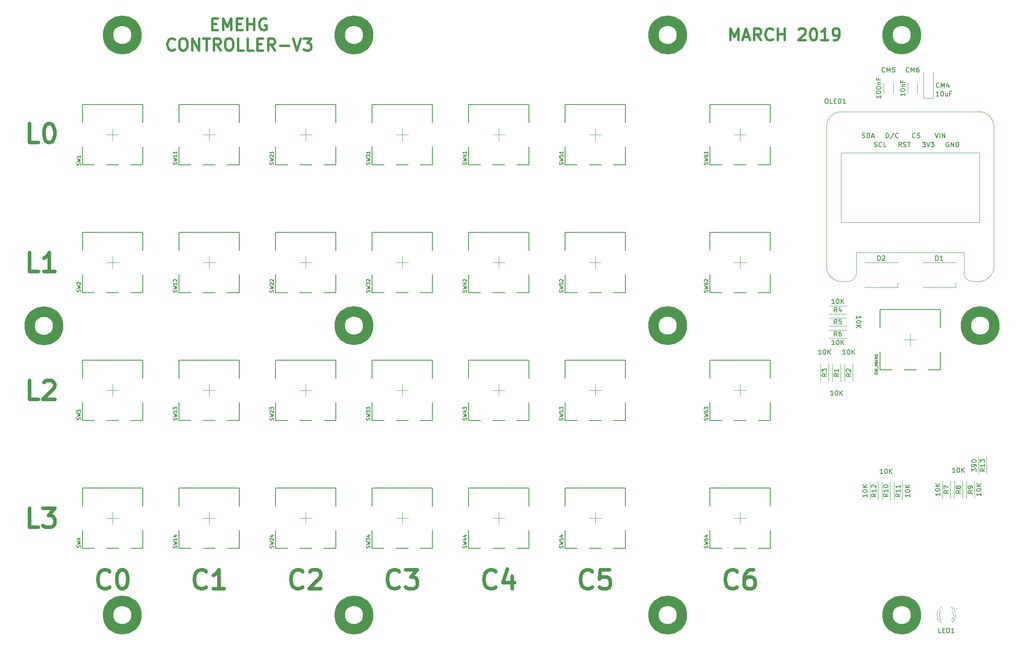
<source format=gbr>
G04 #@! TF.GenerationSoftware,KiCad,Pcbnew,(5.0.2)-1*
G04 #@! TF.CreationDate,2019-03-18T09:59:52+01:00*
G04 #@! TF.ProjectId,PanneauEncoderRotatif_G218,50616e6e-6561-4754-956e-636f64657252,rev?*
G04 #@! TF.SameCoordinates,Original*
G04 #@! TF.FileFunction,Legend,Top*
G04 #@! TF.FilePolarity,Positive*
%FSLAX46Y46*%
G04 Gerber Fmt 4.6, Leading zero omitted, Abs format (unit mm)*
G04 Created by KiCad (PCBNEW (5.0.2)-1) date 18/03/2019 09:59:52*
%MOMM*%
%LPD*%
G01*
G04 APERTURE LIST*
%ADD10C,0.100000*%
%ADD11C,0.500000*%
%ADD12C,0.800000*%
%ADD13C,2.200000*%
%ADD14C,0.120000*%
%ADD15C,0.203200*%
%ADD16C,0.150000*%
%ADD17C,0.127000*%
G04 APERTURE END LIST*
D10*
X207010000Y-84455000D02*
X209550000Y-84455000D01*
X208280000Y-83185000D02*
X208280000Y-85725000D01*
X171196000Y-122047000D02*
X173736000Y-122047000D01*
X172466000Y-120777000D02*
X172466000Y-123317000D01*
X140716000Y-122047000D02*
X143256000Y-122047000D01*
X141986000Y-120777000D02*
X141986000Y-123317000D01*
X120396000Y-122047000D02*
X122936000Y-122047000D01*
X121666000Y-120777000D02*
X121666000Y-123317000D01*
X100076000Y-122047000D02*
X102616000Y-122047000D01*
X101346000Y-120777000D02*
X101346000Y-123317000D01*
X79756000Y-122047000D02*
X82296000Y-122047000D01*
X81026000Y-120777000D02*
X81026000Y-123317000D01*
X59436000Y-122047000D02*
X61976000Y-122047000D01*
X60706000Y-120777000D02*
X60706000Y-123317000D01*
X39116000Y-122047000D02*
X41656000Y-122047000D01*
X40386000Y-120777000D02*
X40386000Y-123317000D01*
X171196000Y-95123000D02*
X173736000Y-95123000D01*
X172466000Y-93853000D02*
X172466000Y-96393000D01*
X140716000Y-95123000D02*
X143256000Y-95123000D01*
X141986000Y-93853000D02*
X141986000Y-96393000D01*
X120396000Y-95123000D02*
X122936000Y-95123000D01*
X121666000Y-93853000D02*
X121666000Y-96393000D01*
X100076000Y-95123000D02*
X102616000Y-95123000D01*
X101346000Y-93853000D02*
X101346000Y-96393000D01*
X79756000Y-95123000D02*
X82296000Y-95123000D01*
X81026000Y-93853000D02*
X81026000Y-96393000D01*
X59436000Y-95123000D02*
X61976000Y-95123000D01*
X60706000Y-93853000D02*
X60706000Y-96393000D01*
X39116000Y-95123000D02*
X41656000Y-95123000D01*
X40386000Y-93853000D02*
X40386000Y-96393000D01*
X171196000Y-68199000D02*
X173736000Y-68199000D01*
X172466000Y-66929000D02*
X172466000Y-69469000D01*
X140716000Y-68199000D02*
X143256000Y-68199000D01*
X141986000Y-66929000D02*
X141986000Y-69469000D01*
X120396000Y-68199000D02*
X122936000Y-68199000D01*
X121666000Y-66929000D02*
X121666000Y-69469000D01*
X100076000Y-68199000D02*
X102616000Y-68199000D01*
X101346000Y-66929000D02*
X101346000Y-69469000D01*
X79756000Y-68199000D02*
X82296000Y-68199000D01*
X81026000Y-66929000D02*
X81026000Y-69469000D01*
X59436000Y-68199000D02*
X61976000Y-68199000D01*
X60706000Y-66929000D02*
X60706000Y-69469000D01*
X39116000Y-68199000D02*
X41656000Y-68199000D01*
X40386000Y-66929000D02*
X40386000Y-69469000D01*
X171196000Y-41275000D02*
X173736000Y-41275000D01*
X172466000Y-40005000D02*
X172466000Y-42545000D01*
X140716000Y-41275000D02*
X143256000Y-41275000D01*
X141986000Y-40005000D02*
X141986000Y-42545000D01*
X120396000Y-41275000D02*
X122936000Y-41275000D01*
X121666000Y-40005000D02*
X121666000Y-42545000D01*
X100076000Y-41275000D02*
X102616000Y-41275000D01*
X101346000Y-40005000D02*
X101346000Y-42545000D01*
X79756000Y-41275000D02*
X82296000Y-41275000D01*
X81026000Y-40005000D02*
X81026000Y-42545000D01*
X59436000Y-41275000D02*
X61976000Y-41275000D01*
X60706000Y-40005000D02*
X60706000Y-42545000D01*
X40386000Y-40005000D02*
X40386000Y-42545000D01*
X39116000Y-41275000D02*
X41656000Y-41275000D01*
D11*
X61401238Y-18016428D02*
X62234571Y-18016428D01*
X62591714Y-19325952D02*
X61401238Y-19325952D01*
X61401238Y-16825952D01*
X62591714Y-16825952D01*
X63663142Y-19325952D02*
X63663142Y-16825952D01*
X64496476Y-18611666D01*
X65329809Y-16825952D01*
X65329809Y-19325952D01*
X66520285Y-18016428D02*
X67353619Y-18016428D01*
X67710761Y-19325952D02*
X66520285Y-19325952D01*
X66520285Y-16825952D01*
X67710761Y-16825952D01*
X68782190Y-19325952D02*
X68782190Y-16825952D01*
X68782190Y-18016428D02*
X70210761Y-18016428D01*
X70210761Y-19325952D02*
X70210761Y-16825952D01*
X72710761Y-16945000D02*
X72472666Y-16825952D01*
X72115523Y-16825952D01*
X71758380Y-16945000D01*
X71520285Y-17183095D01*
X71401238Y-17421190D01*
X71282190Y-17897380D01*
X71282190Y-18254523D01*
X71401238Y-18730714D01*
X71520285Y-18968809D01*
X71758380Y-19206904D01*
X72115523Y-19325952D01*
X72353619Y-19325952D01*
X72710761Y-19206904D01*
X72829809Y-19087857D01*
X72829809Y-18254523D01*
X72353619Y-18254523D01*
X53484571Y-23337857D02*
X53365523Y-23456904D01*
X53008380Y-23575952D01*
X52770285Y-23575952D01*
X52413142Y-23456904D01*
X52175047Y-23218809D01*
X52056000Y-22980714D01*
X51936952Y-22504523D01*
X51936952Y-22147380D01*
X52056000Y-21671190D01*
X52175047Y-21433095D01*
X52413142Y-21195000D01*
X52770285Y-21075952D01*
X53008380Y-21075952D01*
X53365523Y-21195000D01*
X53484571Y-21314047D01*
X55032190Y-21075952D02*
X55508380Y-21075952D01*
X55746476Y-21195000D01*
X55984571Y-21433095D01*
X56103619Y-21909285D01*
X56103619Y-22742619D01*
X55984571Y-23218809D01*
X55746476Y-23456904D01*
X55508380Y-23575952D01*
X55032190Y-23575952D01*
X54794095Y-23456904D01*
X54556000Y-23218809D01*
X54436952Y-22742619D01*
X54436952Y-21909285D01*
X54556000Y-21433095D01*
X54794095Y-21195000D01*
X55032190Y-21075952D01*
X57175047Y-23575952D02*
X57175047Y-21075952D01*
X58603619Y-23575952D01*
X58603619Y-21075952D01*
X59436952Y-21075952D02*
X60865523Y-21075952D01*
X60151238Y-23575952D02*
X60151238Y-21075952D01*
X63127428Y-23575952D02*
X62294095Y-22385476D01*
X61698857Y-23575952D02*
X61698857Y-21075952D01*
X62651238Y-21075952D01*
X62889333Y-21195000D01*
X63008380Y-21314047D01*
X63127428Y-21552142D01*
X63127428Y-21909285D01*
X63008380Y-22147380D01*
X62889333Y-22266428D01*
X62651238Y-22385476D01*
X61698857Y-22385476D01*
X64675047Y-21075952D02*
X65151238Y-21075952D01*
X65389333Y-21195000D01*
X65627428Y-21433095D01*
X65746476Y-21909285D01*
X65746476Y-22742619D01*
X65627428Y-23218809D01*
X65389333Y-23456904D01*
X65151238Y-23575952D01*
X64675047Y-23575952D01*
X64436952Y-23456904D01*
X64198857Y-23218809D01*
X64079809Y-22742619D01*
X64079809Y-21909285D01*
X64198857Y-21433095D01*
X64436952Y-21195000D01*
X64675047Y-21075952D01*
X68008380Y-23575952D02*
X66817904Y-23575952D01*
X66817904Y-21075952D01*
X70032190Y-23575952D02*
X68841714Y-23575952D01*
X68841714Y-21075952D01*
X70865523Y-22266428D02*
X71698857Y-22266428D01*
X72056000Y-23575952D02*
X70865523Y-23575952D01*
X70865523Y-21075952D01*
X72056000Y-21075952D01*
X74556000Y-23575952D02*
X73722666Y-22385476D01*
X73127428Y-23575952D02*
X73127428Y-21075952D01*
X74079809Y-21075952D01*
X74317904Y-21195000D01*
X74436952Y-21314047D01*
X74556000Y-21552142D01*
X74556000Y-21909285D01*
X74436952Y-22147380D01*
X74317904Y-22266428D01*
X74079809Y-22385476D01*
X73127428Y-22385476D01*
X75627428Y-22623571D02*
X77532190Y-22623571D01*
X78365523Y-21075952D02*
X79198857Y-23575952D01*
X80032190Y-21075952D01*
X80627428Y-21075952D02*
X82175047Y-21075952D01*
X81341714Y-22028333D01*
X81698857Y-22028333D01*
X81936952Y-22147380D01*
X82056000Y-22266428D01*
X82175047Y-22504523D01*
X82175047Y-23099761D01*
X82056000Y-23337857D01*
X81936952Y-23456904D01*
X81698857Y-23575952D01*
X80984571Y-23575952D01*
X80746476Y-23456904D01*
X80627428Y-23337857D01*
D12*
X171799333Y-136556571D02*
X171608857Y-136747047D01*
X171037428Y-136937523D01*
X170656476Y-136937523D01*
X170085047Y-136747047D01*
X169704095Y-136366095D01*
X169513619Y-135985142D01*
X169323142Y-135223238D01*
X169323142Y-134651809D01*
X169513619Y-133889904D01*
X169704095Y-133508952D01*
X170085047Y-133128000D01*
X170656476Y-132937523D01*
X171037428Y-132937523D01*
X171608857Y-133128000D01*
X171799333Y-133318476D01*
X175227904Y-132937523D02*
X174466000Y-132937523D01*
X174085047Y-133128000D01*
X173894571Y-133318476D01*
X173513619Y-133889904D01*
X173323142Y-134651809D01*
X173323142Y-136175619D01*
X173513619Y-136556571D01*
X173704095Y-136747047D01*
X174085047Y-136937523D01*
X174846952Y-136937523D01*
X175227904Y-136747047D01*
X175418380Y-136556571D01*
X175608857Y-136175619D01*
X175608857Y-135223238D01*
X175418380Y-134842285D01*
X175227904Y-134651809D01*
X174846952Y-134461333D01*
X174085047Y-134461333D01*
X173704095Y-134651809D01*
X173513619Y-134842285D01*
X173323142Y-135223238D01*
X141319333Y-136556571D02*
X141128857Y-136747047D01*
X140557428Y-136937523D01*
X140176476Y-136937523D01*
X139605047Y-136747047D01*
X139224095Y-136366095D01*
X139033619Y-135985142D01*
X138843142Y-135223238D01*
X138843142Y-134651809D01*
X139033619Y-133889904D01*
X139224095Y-133508952D01*
X139605047Y-133128000D01*
X140176476Y-132937523D01*
X140557428Y-132937523D01*
X141128857Y-133128000D01*
X141319333Y-133318476D01*
X144938380Y-132937523D02*
X143033619Y-132937523D01*
X142843142Y-134842285D01*
X143033619Y-134651809D01*
X143414571Y-134461333D01*
X144366952Y-134461333D01*
X144747904Y-134651809D01*
X144938380Y-134842285D01*
X145128857Y-135223238D01*
X145128857Y-136175619D01*
X144938380Y-136556571D01*
X144747904Y-136747047D01*
X144366952Y-136937523D01*
X143414571Y-136937523D01*
X143033619Y-136747047D01*
X142843142Y-136556571D01*
X120999333Y-136556571D02*
X120808857Y-136747047D01*
X120237428Y-136937523D01*
X119856476Y-136937523D01*
X119285047Y-136747047D01*
X118904095Y-136366095D01*
X118713619Y-135985142D01*
X118523142Y-135223238D01*
X118523142Y-134651809D01*
X118713619Y-133889904D01*
X118904095Y-133508952D01*
X119285047Y-133128000D01*
X119856476Y-132937523D01*
X120237428Y-132937523D01*
X120808857Y-133128000D01*
X120999333Y-133318476D01*
X124427904Y-134270857D02*
X124427904Y-136937523D01*
X123475523Y-132747047D02*
X122523142Y-135604190D01*
X124999333Y-135604190D01*
X100679333Y-136556571D02*
X100488857Y-136747047D01*
X99917428Y-136937523D01*
X99536476Y-136937523D01*
X98965047Y-136747047D01*
X98584095Y-136366095D01*
X98393619Y-135985142D01*
X98203142Y-135223238D01*
X98203142Y-134651809D01*
X98393619Y-133889904D01*
X98584095Y-133508952D01*
X98965047Y-133128000D01*
X99536476Y-132937523D01*
X99917428Y-132937523D01*
X100488857Y-133128000D01*
X100679333Y-133318476D01*
X102012666Y-132937523D02*
X104488857Y-132937523D01*
X103155523Y-134461333D01*
X103726952Y-134461333D01*
X104107904Y-134651809D01*
X104298380Y-134842285D01*
X104488857Y-135223238D01*
X104488857Y-136175619D01*
X104298380Y-136556571D01*
X104107904Y-136747047D01*
X103726952Y-136937523D01*
X102584095Y-136937523D01*
X102203142Y-136747047D01*
X102012666Y-136556571D01*
X80359333Y-136556571D02*
X80168857Y-136747047D01*
X79597428Y-136937523D01*
X79216476Y-136937523D01*
X78645047Y-136747047D01*
X78264095Y-136366095D01*
X78073619Y-135985142D01*
X77883142Y-135223238D01*
X77883142Y-134651809D01*
X78073619Y-133889904D01*
X78264095Y-133508952D01*
X78645047Y-133128000D01*
X79216476Y-132937523D01*
X79597428Y-132937523D01*
X80168857Y-133128000D01*
X80359333Y-133318476D01*
X81883142Y-133318476D02*
X82073619Y-133128000D01*
X82454571Y-132937523D01*
X83406952Y-132937523D01*
X83787904Y-133128000D01*
X83978380Y-133318476D01*
X84168857Y-133699428D01*
X84168857Y-134080380D01*
X83978380Y-134651809D01*
X81692666Y-136937523D01*
X84168857Y-136937523D01*
X60039333Y-136556571D02*
X59848857Y-136747047D01*
X59277428Y-136937523D01*
X58896476Y-136937523D01*
X58325047Y-136747047D01*
X57944095Y-136366095D01*
X57753619Y-135985142D01*
X57563142Y-135223238D01*
X57563142Y-134651809D01*
X57753619Y-133889904D01*
X57944095Y-133508952D01*
X58325047Y-133128000D01*
X58896476Y-132937523D01*
X59277428Y-132937523D01*
X59848857Y-133128000D01*
X60039333Y-133318476D01*
X63848857Y-136937523D02*
X61563142Y-136937523D01*
X62706000Y-136937523D02*
X62706000Y-132937523D01*
X62325047Y-133508952D01*
X61944095Y-133889904D01*
X61563142Y-134080380D01*
X39719333Y-136556571D02*
X39528857Y-136747047D01*
X38957428Y-136937523D01*
X38576476Y-136937523D01*
X38005047Y-136747047D01*
X37624095Y-136366095D01*
X37433619Y-135985142D01*
X37243142Y-135223238D01*
X37243142Y-134651809D01*
X37433619Y-133889904D01*
X37624095Y-133508952D01*
X38005047Y-133128000D01*
X38576476Y-132937523D01*
X38957428Y-132937523D01*
X39528857Y-133128000D01*
X39719333Y-133318476D01*
X42195523Y-132937523D02*
X42576476Y-132937523D01*
X42957428Y-133128000D01*
X43147904Y-133318476D01*
X43338380Y-133699428D01*
X43528857Y-134461333D01*
X43528857Y-135413714D01*
X43338380Y-136175619D01*
X43147904Y-136556571D01*
X42957428Y-136747047D01*
X42576476Y-136937523D01*
X42195523Y-136937523D01*
X41814571Y-136747047D01*
X41624095Y-136556571D01*
X41433619Y-136175619D01*
X41243142Y-135413714D01*
X41243142Y-134461333D01*
X41433619Y-133699428D01*
X41624095Y-133318476D01*
X41814571Y-133128000D01*
X42195523Y-132937523D01*
X24733333Y-123983523D02*
X22828571Y-123983523D01*
X22828571Y-119983523D01*
X25685714Y-119983523D02*
X28161904Y-119983523D01*
X26828571Y-121507333D01*
X27400000Y-121507333D01*
X27780952Y-121697809D01*
X27971428Y-121888285D01*
X28161904Y-122269238D01*
X28161904Y-123221619D01*
X27971428Y-123602571D01*
X27780952Y-123793047D01*
X27400000Y-123983523D01*
X26257142Y-123983523D01*
X25876190Y-123793047D01*
X25685714Y-123602571D01*
X24733333Y-97059523D02*
X22828571Y-97059523D01*
X22828571Y-93059523D01*
X25876190Y-93440476D02*
X26066666Y-93250000D01*
X26447619Y-93059523D01*
X27400000Y-93059523D01*
X27780952Y-93250000D01*
X27971428Y-93440476D01*
X28161904Y-93821428D01*
X28161904Y-94202380D01*
X27971428Y-94773809D01*
X25685714Y-97059523D01*
X28161904Y-97059523D01*
X24733333Y-70135523D02*
X22828571Y-70135523D01*
X22828571Y-66135523D01*
X28161904Y-70135523D02*
X25876190Y-70135523D01*
X27019047Y-70135523D02*
X27019047Y-66135523D01*
X26638095Y-66706952D01*
X26257142Y-67087904D01*
X25876190Y-67278380D01*
X24733333Y-42957523D02*
X22828571Y-42957523D01*
X22828571Y-38957523D01*
X26828571Y-38957523D02*
X27209523Y-38957523D01*
X27590476Y-39148000D01*
X27780952Y-39338476D01*
X27971428Y-39719428D01*
X28161904Y-40481333D01*
X28161904Y-41433714D01*
X27971428Y-42195619D01*
X27780952Y-42576571D01*
X27590476Y-42767047D01*
X27209523Y-42957523D01*
X26828571Y-42957523D01*
X26447619Y-42767047D01*
X26257142Y-42576571D01*
X26066666Y-42195619D01*
X25876190Y-41433714D01*
X25876190Y-40481333D01*
X26066666Y-39719428D01*
X26257142Y-39338476D01*
X26447619Y-39148000D01*
X26828571Y-38957523D01*
D13*
X160226000Y-81534000D02*
G75*
G03X160226000Y-81534000I-3000000J0D01*
G01*
X94186000Y-81534000D02*
G75*
G03X94186000Y-81534000I-3000000J0D01*
G01*
D11*
X170435428Y-21450952D02*
X170435428Y-18950952D01*
X171268761Y-20736666D01*
X172102095Y-18950952D01*
X172102095Y-21450952D01*
X173173523Y-20736666D02*
X174364000Y-20736666D01*
X172935428Y-21450952D02*
X173768761Y-18950952D01*
X174602095Y-21450952D01*
X176864000Y-21450952D02*
X176030666Y-20260476D01*
X175435428Y-21450952D02*
X175435428Y-18950952D01*
X176387809Y-18950952D01*
X176625904Y-19070000D01*
X176744952Y-19189047D01*
X176864000Y-19427142D01*
X176864000Y-19784285D01*
X176744952Y-20022380D01*
X176625904Y-20141428D01*
X176387809Y-20260476D01*
X175435428Y-20260476D01*
X179364000Y-21212857D02*
X179244952Y-21331904D01*
X178887809Y-21450952D01*
X178649714Y-21450952D01*
X178292571Y-21331904D01*
X178054476Y-21093809D01*
X177935428Y-20855714D01*
X177816380Y-20379523D01*
X177816380Y-20022380D01*
X177935428Y-19546190D01*
X178054476Y-19308095D01*
X178292571Y-19070000D01*
X178649714Y-18950952D01*
X178887809Y-18950952D01*
X179244952Y-19070000D01*
X179364000Y-19189047D01*
X180435428Y-21450952D02*
X180435428Y-18950952D01*
X180435428Y-20141428D02*
X181864000Y-20141428D01*
X181864000Y-21450952D02*
X181864000Y-18950952D01*
X184840190Y-19189047D02*
X184959238Y-19070000D01*
X185197333Y-18950952D01*
X185792571Y-18950952D01*
X186030666Y-19070000D01*
X186149714Y-19189047D01*
X186268761Y-19427142D01*
X186268761Y-19665238D01*
X186149714Y-20022380D01*
X184721142Y-21450952D01*
X186268761Y-21450952D01*
X187816380Y-18950952D02*
X188054476Y-18950952D01*
X188292571Y-19070000D01*
X188411619Y-19189047D01*
X188530666Y-19427142D01*
X188649714Y-19903333D01*
X188649714Y-20498571D01*
X188530666Y-20974761D01*
X188411619Y-21212857D01*
X188292571Y-21331904D01*
X188054476Y-21450952D01*
X187816380Y-21450952D01*
X187578285Y-21331904D01*
X187459238Y-21212857D01*
X187340190Y-20974761D01*
X187221142Y-20498571D01*
X187221142Y-19903333D01*
X187340190Y-19427142D01*
X187459238Y-19189047D01*
X187578285Y-19070000D01*
X187816380Y-18950952D01*
X191030666Y-21450952D02*
X189602095Y-21450952D01*
X190316380Y-21450952D02*
X190316380Y-18950952D01*
X190078285Y-19308095D01*
X189840190Y-19546190D01*
X189602095Y-19665238D01*
X192221142Y-21450952D02*
X192697333Y-21450952D01*
X192935428Y-21331904D01*
X193054476Y-21212857D01*
X193292571Y-20855714D01*
X193411619Y-20379523D01*
X193411619Y-19427142D01*
X193292571Y-19189047D01*
X193173523Y-19070000D01*
X192935428Y-18950952D01*
X192459238Y-18950952D01*
X192221142Y-19070000D01*
X192102095Y-19189047D01*
X191983047Y-19427142D01*
X191983047Y-20022380D01*
X192102095Y-20260476D01*
X192221142Y-20379523D01*
X192459238Y-20498571D01*
X192935428Y-20498571D01*
X193173523Y-20379523D01*
X193292571Y-20260476D01*
X193411619Y-20022380D01*
D13*
X160226000Y-142494000D02*
G75*
G03X160226000Y-142494000I-3000000J0D01*
G01*
X160226000Y-20320000D02*
G75*
G03X160226000Y-20320000I-3000000J0D01*
G01*
X94186000Y-142494000D02*
G75*
G03X94186000Y-142494000I-3000000J0D01*
G01*
X94186000Y-20320000D02*
G75*
G03X94186000Y-20320000I-3000000J0D01*
G01*
X226012000Y-81534000D02*
G75*
G03X226012000Y-81534000I-3000000J0D01*
G01*
X209502000Y-142494000D02*
G75*
G03X209502000Y-142494000I-3000000J0D01*
G01*
X209502000Y-20320000D02*
G75*
G03X209502000Y-20320000I-3000000J0D01*
G01*
X28908000Y-81582000D02*
G75*
G03X28908000Y-81582000I-3000000J0D01*
G01*
X45418000Y-142494000D02*
G75*
G03X45418000Y-142494000I-3000000J0D01*
G01*
X45418000Y-20320000D02*
G75*
G03X45418000Y-20320000I-3000000J0D01*
G01*
D14*
G04 #@! TO.C,R13*
X222660000Y-109138000D02*
X222660000Y-112858000D01*
X224380000Y-109138000D02*
X224380000Y-112858000D01*
D15*
G04 #@! TO.C,SW62*
X166116000Y-74549000D02*
X166116000Y-70739000D01*
X166116000Y-65659000D02*
X166116000Y-61849000D01*
X166116000Y-61849000D02*
X178816000Y-61849000D01*
X178816000Y-61849000D02*
X178816000Y-65659000D01*
X178816000Y-70739000D02*
X178816000Y-74549000D01*
X178816000Y-74549000D02*
X176276000Y-74549000D01*
X166116000Y-74549000D02*
X168656000Y-74549000D01*
X171196000Y-74549000D02*
X173736000Y-74549000D01*
G04 #@! TO.C,SW64*
X166116000Y-128397000D02*
X166116000Y-124587000D01*
X166116000Y-119507000D02*
X166116000Y-115697000D01*
X166116000Y-115697000D02*
X178816000Y-115697000D01*
X178816000Y-115697000D02*
X178816000Y-119507000D01*
X178816000Y-124587000D02*
X178816000Y-128397000D01*
X178816000Y-128397000D02*
X176276000Y-128397000D01*
X166116000Y-128397000D02*
X168656000Y-128397000D01*
X171196000Y-128397000D02*
X173736000Y-128397000D01*
G04 #@! TO.C,SW63*
X166116000Y-101473000D02*
X166116000Y-97663000D01*
X166116000Y-92583000D02*
X166116000Y-88773000D01*
X166116000Y-88773000D02*
X178816000Y-88773000D01*
X178816000Y-88773000D02*
X178816000Y-92583000D01*
X178816000Y-97663000D02*
X178816000Y-101473000D01*
X178816000Y-101473000D02*
X176276000Y-101473000D01*
X166116000Y-101473000D02*
X168656000Y-101473000D01*
X171196000Y-101473000D02*
X173736000Y-101473000D01*
G04 #@! TO.C,SW61*
X166116000Y-47625000D02*
X166116000Y-43815000D01*
X166116000Y-38735000D02*
X166116000Y-34925000D01*
X166116000Y-34925000D02*
X178816000Y-34925000D01*
X178816000Y-34925000D02*
X178816000Y-38735000D01*
X178816000Y-43815000D02*
X178816000Y-47625000D01*
X178816000Y-47625000D02*
X176276000Y-47625000D01*
X166116000Y-47625000D02*
X168656000Y-47625000D01*
X171196000Y-47625000D02*
X173736000Y-47625000D01*
G04 #@! TO.C,SW54*
X135636000Y-128397000D02*
X135636000Y-124587000D01*
X135636000Y-119507000D02*
X135636000Y-115697000D01*
X135636000Y-115697000D02*
X148336000Y-115697000D01*
X148336000Y-115697000D02*
X148336000Y-119507000D01*
X148336000Y-124587000D02*
X148336000Y-128397000D01*
X148336000Y-128397000D02*
X145796000Y-128397000D01*
X135636000Y-128397000D02*
X138176000Y-128397000D01*
X140716000Y-128397000D02*
X143256000Y-128397000D01*
G04 #@! TO.C,SW52*
X135636000Y-74549000D02*
X135636000Y-70739000D01*
X135636000Y-65659000D02*
X135636000Y-61849000D01*
X135636000Y-61849000D02*
X148336000Y-61849000D01*
X148336000Y-61849000D02*
X148336000Y-65659000D01*
X148336000Y-70739000D02*
X148336000Y-74549000D01*
X148336000Y-74549000D02*
X145796000Y-74549000D01*
X135636000Y-74549000D02*
X138176000Y-74549000D01*
X140716000Y-74549000D02*
X143256000Y-74549000D01*
G04 #@! TO.C,SW51*
X135636000Y-47625000D02*
X135636000Y-43815000D01*
X135636000Y-38735000D02*
X135636000Y-34925000D01*
X135636000Y-34925000D02*
X148336000Y-34925000D01*
X148336000Y-34925000D02*
X148336000Y-38735000D01*
X148336000Y-43815000D02*
X148336000Y-47625000D01*
X148336000Y-47625000D02*
X145796000Y-47625000D01*
X135636000Y-47625000D02*
X138176000Y-47625000D01*
X140716000Y-47625000D02*
X143256000Y-47625000D01*
G04 #@! TO.C,SW53*
X135636000Y-101473000D02*
X135636000Y-97663000D01*
X135636000Y-92583000D02*
X135636000Y-88773000D01*
X135636000Y-88773000D02*
X148336000Y-88773000D01*
X148336000Y-88773000D02*
X148336000Y-92583000D01*
X148336000Y-97663000D02*
X148336000Y-101473000D01*
X148336000Y-101473000D02*
X145796000Y-101473000D01*
X135636000Y-101473000D02*
X138176000Y-101473000D01*
X140716000Y-101473000D02*
X143256000Y-101473000D01*
G04 #@! TO.C,SW43*
X115316000Y-101473000D02*
X115316000Y-97663000D01*
X115316000Y-92583000D02*
X115316000Y-88773000D01*
X115316000Y-88773000D02*
X128016000Y-88773000D01*
X128016000Y-88773000D02*
X128016000Y-92583000D01*
X128016000Y-97663000D02*
X128016000Y-101473000D01*
X128016000Y-101473000D02*
X125476000Y-101473000D01*
X115316000Y-101473000D02*
X117856000Y-101473000D01*
X120396000Y-101473000D02*
X122936000Y-101473000D01*
G04 #@! TO.C,SW42*
X115316000Y-74549000D02*
X115316000Y-70739000D01*
X115316000Y-65659000D02*
X115316000Y-61849000D01*
X115316000Y-61849000D02*
X128016000Y-61849000D01*
X128016000Y-61849000D02*
X128016000Y-65659000D01*
X128016000Y-70739000D02*
X128016000Y-74549000D01*
X128016000Y-74549000D02*
X125476000Y-74549000D01*
X115316000Y-74549000D02*
X117856000Y-74549000D01*
X120396000Y-74549000D02*
X122936000Y-74549000D01*
G04 #@! TO.C,SW44*
X115316000Y-128397000D02*
X115316000Y-124587000D01*
X115316000Y-119507000D02*
X115316000Y-115697000D01*
X115316000Y-115697000D02*
X128016000Y-115697000D01*
X128016000Y-115697000D02*
X128016000Y-119507000D01*
X128016000Y-124587000D02*
X128016000Y-128397000D01*
X128016000Y-128397000D02*
X125476000Y-128397000D01*
X115316000Y-128397000D02*
X117856000Y-128397000D01*
X120396000Y-128397000D02*
X122936000Y-128397000D01*
G04 #@! TO.C,SW41*
X115316000Y-47625000D02*
X115316000Y-43815000D01*
X115316000Y-38735000D02*
X115316000Y-34925000D01*
X115316000Y-34925000D02*
X128016000Y-34925000D01*
X128016000Y-34925000D02*
X128016000Y-38735000D01*
X128016000Y-43815000D02*
X128016000Y-47625000D01*
X128016000Y-47625000D02*
X125476000Y-47625000D01*
X115316000Y-47625000D02*
X117856000Y-47625000D01*
X120396000Y-47625000D02*
X122936000Y-47625000D01*
G04 #@! TO.C,SW33*
X94996000Y-101473000D02*
X94996000Y-97663000D01*
X94996000Y-92583000D02*
X94996000Y-88773000D01*
X94996000Y-88773000D02*
X107696000Y-88773000D01*
X107696000Y-88773000D02*
X107696000Y-92583000D01*
X107696000Y-97663000D02*
X107696000Y-101473000D01*
X107696000Y-101473000D02*
X105156000Y-101473000D01*
X94996000Y-101473000D02*
X97536000Y-101473000D01*
X100076000Y-101473000D02*
X102616000Y-101473000D01*
G04 #@! TO.C,SW32*
X94996000Y-74549000D02*
X94996000Y-70739000D01*
X94996000Y-65659000D02*
X94996000Y-61849000D01*
X94996000Y-61849000D02*
X107696000Y-61849000D01*
X107696000Y-61849000D02*
X107696000Y-65659000D01*
X107696000Y-70739000D02*
X107696000Y-74549000D01*
X107696000Y-74549000D02*
X105156000Y-74549000D01*
X94996000Y-74549000D02*
X97536000Y-74549000D01*
X100076000Y-74549000D02*
X102616000Y-74549000D01*
G04 #@! TO.C,SW31*
X94996000Y-47625000D02*
X94996000Y-43815000D01*
X94996000Y-38735000D02*
X94996000Y-34925000D01*
X94996000Y-34925000D02*
X107696000Y-34925000D01*
X107696000Y-34925000D02*
X107696000Y-38735000D01*
X107696000Y-43815000D02*
X107696000Y-47625000D01*
X107696000Y-47625000D02*
X105156000Y-47625000D01*
X94996000Y-47625000D02*
X97536000Y-47625000D01*
X100076000Y-47625000D02*
X102616000Y-47625000D01*
G04 #@! TO.C,SW34*
X94996000Y-128397000D02*
X94996000Y-124587000D01*
X94996000Y-119507000D02*
X94996000Y-115697000D01*
X94996000Y-115697000D02*
X107696000Y-115697000D01*
X107696000Y-115697000D02*
X107696000Y-119507000D01*
X107696000Y-124587000D02*
X107696000Y-128397000D01*
X107696000Y-128397000D02*
X105156000Y-128397000D01*
X94996000Y-128397000D02*
X97536000Y-128397000D01*
X100076000Y-128397000D02*
X102616000Y-128397000D01*
G04 #@! TO.C,SW21*
X74676000Y-47625000D02*
X74676000Y-43815000D01*
X74676000Y-38735000D02*
X74676000Y-34925000D01*
X74676000Y-34925000D02*
X87376000Y-34925000D01*
X87376000Y-34925000D02*
X87376000Y-38735000D01*
X87376000Y-43815000D02*
X87376000Y-47625000D01*
X87376000Y-47625000D02*
X84836000Y-47625000D01*
X74676000Y-47625000D02*
X77216000Y-47625000D01*
X79756000Y-47625000D02*
X82296000Y-47625000D01*
G04 #@! TO.C,SW23*
X74676000Y-101473000D02*
X74676000Y-97663000D01*
X74676000Y-92583000D02*
X74676000Y-88773000D01*
X74676000Y-88773000D02*
X87376000Y-88773000D01*
X87376000Y-88773000D02*
X87376000Y-92583000D01*
X87376000Y-97663000D02*
X87376000Y-101473000D01*
X87376000Y-101473000D02*
X84836000Y-101473000D01*
X74676000Y-101473000D02*
X77216000Y-101473000D01*
X79756000Y-101473000D02*
X82296000Y-101473000D01*
G04 #@! TO.C,SW24*
X74676000Y-128397000D02*
X74676000Y-124587000D01*
X74676000Y-119507000D02*
X74676000Y-115697000D01*
X74676000Y-115697000D02*
X87376000Y-115697000D01*
X87376000Y-115697000D02*
X87376000Y-119507000D01*
X87376000Y-124587000D02*
X87376000Y-128397000D01*
X87376000Y-128397000D02*
X84836000Y-128397000D01*
X74676000Y-128397000D02*
X77216000Y-128397000D01*
X79756000Y-128397000D02*
X82296000Y-128397000D01*
G04 #@! TO.C,SW22*
X74676000Y-74549000D02*
X74676000Y-70739000D01*
X74676000Y-65659000D02*
X74676000Y-61849000D01*
X74676000Y-61849000D02*
X87376000Y-61849000D01*
X87376000Y-61849000D02*
X87376000Y-65659000D01*
X87376000Y-70739000D02*
X87376000Y-74549000D01*
X87376000Y-74549000D02*
X84836000Y-74549000D01*
X74676000Y-74549000D02*
X77216000Y-74549000D01*
X79756000Y-74549000D02*
X82296000Y-74549000D01*
G04 #@! TO.C,SW12*
X54356000Y-74549000D02*
X54356000Y-70739000D01*
X54356000Y-65659000D02*
X54356000Y-61849000D01*
X54356000Y-61849000D02*
X67056000Y-61849000D01*
X67056000Y-61849000D02*
X67056000Y-65659000D01*
X67056000Y-70739000D02*
X67056000Y-74549000D01*
X67056000Y-74549000D02*
X64516000Y-74549000D01*
X54356000Y-74549000D02*
X56896000Y-74549000D01*
X59436000Y-74549000D02*
X61976000Y-74549000D01*
G04 #@! TO.C,SW14*
X54356000Y-128397000D02*
X54356000Y-124587000D01*
X54356000Y-119507000D02*
X54356000Y-115697000D01*
X54356000Y-115697000D02*
X67056000Y-115697000D01*
X67056000Y-115697000D02*
X67056000Y-119507000D01*
X67056000Y-124587000D02*
X67056000Y-128397000D01*
X67056000Y-128397000D02*
X64516000Y-128397000D01*
X54356000Y-128397000D02*
X56896000Y-128397000D01*
X59436000Y-128397000D02*
X61976000Y-128397000D01*
G04 #@! TO.C,SW13*
X54356000Y-101473000D02*
X54356000Y-97663000D01*
X54356000Y-92583000D02*
X54356000Y-88773000D01*
X54356000Y-88773000D02*
X67056000Y-88773000D01*
X67056000Y-88773000D02*
X67056000Y-92583000D01*
X67056000Y-97663000D02*
X67056000Y-101473000D01*
X67056000Y-101473000D02*
X64516000Y-101473000D01*
X54356000Y-101473000D02*
X56896000Y-101473000D01*
X59436000Y-101473000D02*
X61976000Y-101473000D01*
G04 #@! TO.C,SW11*
X54356000Y-47625000D02*
X54356000Y-43815000D01*
X54356000Y-38735000D02*
X54356000Y-34925000D01*
X54356000Y-34925000D02*
X67056000Y-34925000D01*
X67056000Y-34925000D02*
X67056000Y-38735000D01*
X67056000Y-43815000D02*
X67056000Y-47625000D01*
X67056000Y-47625000D02*
X64516000Y-47625000D01*
X54356000Y-47625000D02*
X56896000Y-47625000D01*
X59436000Y-47625000D02*
X61976000Y-47625000D01*
G04 #@! TO.C,SW2*
X34036000Y-74549000D02*
X34036000Y-70739000D01*
X34036000Y-65659000D02*
X34036000Y-61849000D01*
X34036000Y-61849000D02*
X46736000Y-61849000D01*
X46736000Y-61849000D02*
X46736000Y-65659000D01*
X46736000Y-70739000D02*
X46736000Y-74549000D01*
X46736000Y-74549000D02*
X44196000Y-74549000D01*
X34036000Y-74549000D02*
X36576000Y-74549000D01*
X39116000Y-74549000D02*
X41656000Y-74549000D01*
G04 #@! TO.C,SW1*
X34036000Y-47625000D02*
X34036000Y-43815000D01*
X34036000Y-38735000D02*
X34036000Y-34925000D01*
X34036000Y-34925000D02*
X46736000Y-34925000D01*
X46736000Y-34925000D02*
X46736000Y-38735000D01*
X46736000Y-43815000D02*
X46736000Y-47625000D01*
X46736000Y-47625000D02*
X44196000Y-47625000D01*
X34036000Y-47625000D02*
X36576000Y-47625000D01*
X39116000Y-47625000D02*
X41656000Y-47625000D01*
G04 #@! TO.C,SW3*
X34036000Y-101473000D02*
X34036000Y-97663000D01*
X34036000Y-92583000D02*
X34036000Y-88773000D01*
X34036000Y-88773000D02*
X46736000Y-88773000D01*
X46736000Y-88773000D02*
X46736000Y-92583000D01*
X46736000Y-97663000D02*
X46736000Y-101473000D01*
X46736000Y-101473000D02*
X44196000Y-101473000D01*
X34036000Y-101473000D02*
X36576000Y-101473000D01*
X39116000Y-101473000D02*
X41656000Y-101473000D01*
G04 #@! TO.C,SW4*
X34036000Y-128397000D02*
X34036000Y-124587000D01*
X34036000Y-119507000D02*
X34036000Y-115697000D01*
X34036000Y-115697000D02*
X46736000Y-115697000D01*
X46736000Y-115697000D02*
X46736000Y-119507000D01*
X46736000Y-124587000D02*
X46736000Y-128397000D01*
X46736000Y-128397000D02*
X44196000Y-128397000D01*
X34036000Y-128397000D02*
X36576000Y-128397000D01*
X39116000Y-128397000D02*
X41656000Y-128397000D01*
G04 #@! TO.C,SW_MAIN1*
X201930000Y-90805000D02*
X201930000Y-86995000D01*
X201930000Y-81915000D02*
X201930000Y-78105000D01*
X201930000Y-78105000D02*
X214630000Y-78105000D01*
X214630000Y-78105000D02*
X214630000Y-81915000D01*
X214630000Y-86995000D02*
X214630000Y-90805000D01*
X214630000Y-90805000D02*
X212090000Y-90805000D01*
X201930000Y-90805000D02*
X204470000Y-90805000D01*
X207010000Y-90805000D02*
X209550000Y-90805000D01*
D14*
G04 #@! TO.C,R9*
X221840000Y-114218000D02*
X221840000Y-117938000D01*
X220120000Y-114218000D02*
X220120000Y-117938000D01*
G04 #@! TO.C,R8*
X219300000Y-114218000D02*
X219300000Y-117938000D01*
X217580000Y-114218000D02*
X217580000Y-117938000D01*
G04 #@! TO.C,R7*
X215040000Y-114218000D02*
X215040000Y-117938000D01*
X216760000Y-114218000D02*
X216760000Y-117938000D01*
G04 #@! TO.C,R6*
X191180000Y-82452000D02*
X194900000Y-82452000D01*
X191180000Y-84172000D02*
X194900000Y-84172000D01*
G04 #@! TO.C,R5*
X191180000Y-79912000D02*
X194900000Y-79912000D01*
X191180000Y-81632000D02*
X194900000Y-81632000D01*
G04 #@! TO.C,R4*
X191180000Y-77372000D02*
X194900000Y-77372000D01*
X191180000Y-79092000D02*
X194900000Y-79092000D01*
G04 #@! TO.C,R3*
X191106000Y-89580000D02*
X191106000Y-93300000D01*
X189386000Y-89580000D02*
X189386000Y-93300000D01*
G04 #@! TO.C,R2*
X196186000Y-89580000D02*
X196186000Y-93300000D01*
X194466000Y-89580000D02*
X194466000Y-93300000D01*
G04 #@! TO.C,R1*
X193646000Y-89580000D02*
X193646000Y-93300000D01*
X191926000Y-89580000D02*
X191926000Y-93300000D01*
G04 #@! TO.C,CM4*
X211040000Y-33586000D02*
X213140000Y-33586000D01*
X213140000Y-33586000D02*
X213140000Y-28086000D01*
X211040000Y-33586000D02*
X211040000Y-28086000D01*
G04 #@! TO.C,CM5*
X202688000Y-30496000D02*
X202688000Y-32496000D01*
X204728000Y-32496000D02*
X204728000Y-30496000D01*
G04 #@! TO.C,CM6*
X209808000Y-32496000D02*
X209808000Y-30496000D01*
X207768000Y-30496000D02*
X207768000Y-32496000D01*
G04 #@! TO.C,OLED1*
X193692000Y-59800000D02*
X222868000Y-59800000D01*
X221408000Y-72246000D02*
X222760000Y-72246000D01*
X196960000Y-66150000D02*
X219600000Y-66150000D01*
X225916000Y-39624000D02*
X225916000Y-69088000D01*
X222758000Y-72246000D02*
G75*
G03X225916000Y-69088000I0J3158000D01*
G01*
X221406000Y-72246000D02*
G75*
G02X219600000Y-70436000I2000J1808000D01*
G01*
X219600000Y-66150000D02*
X219600000Y-70438000D01*
X225916000Y-39624000D02*
G75*
G03X222758000Y-36466000I-3158000J0D01*
G01*
X222758000Y-36466000D02*
X193802000Y-36466000D01*
X190644000Y-39624000D02*
G75*
G02X193802000Y-36466000I3158000J0D01*
G01*
X190644000Y-39624000D02*
X190644000Y-69088000D01*
X193802000Y-72246000D02*
G75*
G02X190644000Y-69088000I0J3158000D01*
G01*
X195152000Y-72246000D02*
X193800000Y-72246000D01*
X195154000Y-72246000D02*
G75*
G03X196960000Y-70436000I-2000J1808000D01*
G01*
X196960000Y-66150000D02*
X196960000Y-70438000D01*
X193692000Y-45102000D02*
X193692000Y-59800000D01*
X222868000Y-45102000D02*
X222868000Y-59800000D01*
X193692000Y-45102000D02*
X222868000Y-45102000D01*
G04 #@! TO.C,R10*
X204060000Y-114472000D02*
X204060000Y-118192000D01*
X202340000Y-114472000D02*
X202340000Y-118192000D01*
G04 #@! TO.C,R11*
X204880000Y-114472000D02*
X204880000Y-118192000D01*
X206600000Y-114472000D02*
X206600000Y-118192000D01*
G04 #@! TO.C,R12*
X199800000Y-114472000D02*
X199800000Y-118192000D01*
X201520000Y-114472000D02*
X201520000Y-118192000D01*
G04 #@! TO.C,D1*
X217876000Y-73466000D02*
X217876000Y-72466000D01*
X210876000Y-73466000D02*
X217876000Y-73466000D01*
X210876000Y-68266000D02*
X217876000Y-68266000D01*
G04 #@! TO.C,D2*
X198684000Y-68266000D02*
X205684000Y-68266000D01*
X198684000Y-73466000D02*
X205684000Y-73466000D01*
X205684000Y-73466000D02*
X205684000Y-72466000D01*
G04 #@! TO.C,LED1*
X214821392Y-140821665D02*
G75*
G03X214664484Y-144054000I1078608J-1672335D01*
G01*
X216978608Y-140821665D02*
G75*
G02X217135516Y-144054000I-1078608J-1672335D01*
G01*
X214820163Y-141452870D02*
G75*
G03X214820000Y-143534961I1079837J-1041130D01*
G01*
X216979837Y-141452870D02*
G75*
G02X216980000Y-143534961I-1079837J-1041130D01*
G01*
X214664000Y-144054000D02*
X214820000Y-144054000D01*
X216980000Y-144054000D02*
X217136000Y-144054000D01*
G04 #@! TO.C,R13*
D16*
X223972380Y-111640857D02*
X223496190Y-111974190D01*
X223972380Y-112212285D02*
X222972380Y-112212285D01*
X222972380Y-111831333D01*
X223020000Y-111736095D01*
X223067619Y-111688476D01*
X223162857Y-111640857D01*
X223305714Y-111640857D01*
X223400952Y-111688476D01*
X223448571Y-111736095D01*
X223496190Y-111831333D01*
X223496190Y-112212285D01*
X223972380Y-110688476D02*
X223972380Y-111259904D01*
X223972380Y-110974190D02*
X222972380Y-110974190D01*
X223115238Y-111069428D01*
X223210476Y-111164666D01*
X223258095Y-111259904D01*
X222972380Y-110355142D02*
X222972380Y-109736095D01*
X223353333Y-110069428D01*
X223353333Y-109926571D01*
X223400952Y-109831333D01*
X223448571Y-109783714D01*
X223543809Y-109736095D01*
X223781904Y-109736095D01*
X223877142Y-109783714D01*
X223924761Y-109831333D01*
X223972380Y-109926571D01*
X223972380Y-110212285D01*
X223924761Y-110307523D01*
X223877142Y-110355142D01*
X221194380Y-112283714D02*
X221194380Y-111664666D01*
X221575333Y-111998000D01*
X221575333Y-111855142D01*
X221622952Y-111759904D01*
X221670571Y-111712285D01*
X221765809Y-111664666D01*
X222003904Y-111664666D01*
X222099142Y-111712285D01*
X222146761Y-111759904D01*
X222194380Y-111855142D01*
X222194380Y-112140857D01*
X222146761Y-112236095D01*
X222099142Y-112283714D01*
X222194380Y-111188476D02*
X222194380Y-110998000D01*
X222146761Y-110902761D01*
X222099142Y-110855142D01*
X221956285Y-110759904D01*
X221765809Y-110712285D01*
X221384857Y-110712285D01*
X221289619Y-110759904D01*
X221242000Y-110807523D01*
X221194380Y-110902761D01*
X221194380Y-111093238D01*
X221242000Y-111188476D01*
X221289619Y-111236095D01*
X221384857Y-111283714D01*
X221622952Y-111283714D01*
X221718190Y-111236095D01*
X221765809Y-111188476D01*
X221813428Y-111093238D01*
X221813428Y-110902761D01*
X221765809Y-110807523D01*
X221718190Y-110759904D01*
X221622952Y-110712285D01*
X221194380Y-110093238D02*
X221194380Y-109998000D01*
X221242000Y-109902761D01*
X221289619Y-109855142D01*
X221384857Y-109807523D01*
X221575333Y-109759904D01*
X221813428Y-109759904D01*
X222003904Y-109807523D01*
X222099142Y-109855142D01*
X222146761Y-109902761D01*
X222194380Y-109998000D01*
X222194380Y-110093238D01*
X222146761Y-110188476D01*
X222099142Y-110236095D01*
X222003904Y-110283714D01*
X221813428Y-110331333D01*
X221575333Y-110331333D01*
X221384857Y-110283714D01*
X221289619Y-110236095D01*
X221242000Y-110188476D01*
X221194380Y-110093238D01*
G04 #@! TO.C,SW62*
D17*
X165662428Y-74530857D02*
X165698714Y-74422000D01*
X165698714Y-74240571D01*
X165662428Y-74168000D01*
X165626142Y-74131714D01*
X165553571Y-74095428D01*
X165481000Y-74095428D01*
X165408428Y-74131714D01*
X165372142Y-74168000D01*
X165335857Y-74240571D01*
X165299571Y-74385714D01*
X165263285Y-74458285D01*
X165227000Y-74494571D01*
X165154428Y-74530857D01*
X165081857Y-74530857D01*
X165009285Y-74494571D01*
X164973000Y-74458285D01*
X164936714Y-74385714D01*
X164936714Y-74204285D01*
X164973000Y-74095428D01*
X164936714Y-73841428D02*
X165698714Y-73660000D01*
X165154428Y-73514857D01*
X165698714Y-73369714D01*
X164936714Y-73188285D01*
X164936714Y-72571428D02*
X164936714Y-72716571D01*
X164973000Y-72789142D01*
X165009285Y-72825428D01*
X165118142Y-72898000D01*
X165263285Y-72934285D01*
X165553571Y-72934285D01*
X165626142Y-72898000D01*
X165662428Y-72861714D01*
X165698714Y-72789142D01*
X165698714Y-72644000D01*
X165662428Y-72571428D01*
X165626142Y-72535142D01*
X165553571Y-72498857D01*
X165372142Y-72498857D01*
X165299571Y-72535142D01*
X165263285Y-72571428D01*
X165227000Y-72644000D01*
X165227000Y-72789142D01*
X165263285Y-72861714D01*
X165299571Y-72898000D01*
X165372142Y-72934285D01*
X165009285Y-72208571D02*
X164973000Y-72172285D01*
X164936714Y-72099714D01*
X164936714Y-71918285D01*
X164973000Y-71845714D01*
X165009285Y-71809428D01*
X165081857Y-71773142D01*
X165154428Y-71773142D01*
X165263285Y-71809428D01*
X165698714Y-72244857D01*
X165698714Y-71773142D01*
G04 #@! TO.C,SW64*
X165662428Y-128378857D02*
X165698714Y-128270000D01*
X165698714Y-128088571D01*
X165662428Y-128016000D01*
X165626142Y-127979714D01*
X165553571Y-127943428D01*
X165481000Y-127943428D01*
X165408428Y-127979714D01*
X165372142Y-128016000D01*
X165335857Y-128088571D01*
X165299571Y-128233714D01*
X165263285Y-128306285D01*
X165227000Y-128342571D01*
X165154428Y-128378857D01*
X165081857Y-128378857D01*
X165009285Y-128342571D01*
X164973000Y-128306285D01*
X164936714Y-128233714D01*
X164936714Y-128052285D01*
X164973000Y-127943428D01*
X164936714Y-127689428D02*
X165698714Y-127508000D01*
X165154428Y-127362857D01*
X165698714Y-127217714D01*
X164936714Y-127036285D01*
X164936714Y-126419428D02*
X164936714Y-126564571D01*
X164973000Y-126637142D01*
X165009285Y-126673428D01*
X165118142Y-126746000D01*
X165263285Y-126782285D01*
X165553571Y-126782285D01*
X165626142Y-126746000D01*
X165662428Y-126709714D01*
X165698714Y-126637142D01*
X165698714Y-126492000D01*
X165662428Y-126419428D01*
X165626142Y-126383142D01*
X165553571Y-126346857D01*
X165372142Y-126346857D01*
X165299571Y-126383142D01*
X165263285Y-126419428D01*
X165227000Y-126492000D01*
X165227000Y-126637142D01*
X165263285Y-126709714D01*
X165299571Y-126746000D01*
X165372142Y-126782285D01*
X165190714Y-125693714D02*
X165698714Y-125693714D01*
X164900428Y-125875142D02*
X165444714Y-126056571D01*
X165444714Y-125584857D01*
G04 #@! TO.C,SW63*
X165662428Y-101454857D02*
X165698714Y-101346000D01*
X165698714Y-101164571D01*
X165662428Y-101092000D01*
X165626142Y-101055714D01*
X165553571Y-101019428D01*
X165481000Y-101019428D01*
X165408428Y-101055714D01*
X165372142Y-101092000D01*
X165335857Y-101164571D01*
X165299571Y-101309714D01*
X165263285Y-101382285D01*
X165227000Y-101418571D01*
X165154428Y-101454857D01*
X165081857Y-101454857D01*
X165009285Y-101418571D01*
X164973000Y-101382285D01*
X164936714Y-101309714D01*
X164936714Y-101128285D01*
X164973000Y-101019428D01*
X164936714Y-100765428D02*
X165698714Y-100584000D01*
X165154428Y-100438857D01*
X165698714Y-100293714D01*
X164936714Y-100112285D01*
X164936714Y-99495428D02*
X164936714Y-99640571D01*
X164973000Y-99713142D01*
X165009285Y-99749428D01*
X165118142Y-99822000D01*
X165263285Y-99858285D01*
X165553571Y-99858285D01*
X165626142Y-99822000D01*
X165662428Y-99785714D01*
X165698714Y-99713142D01*
X165698714Y-99568000D01*
X165662428Y-99495428D01*
X165626142Y-99459142D01*
X165553571Y-99422857D01*
X165372142Y-99422857D01*
X165299571Y-99459142D01*
X165263285Y-99495428D01*
X165227000Y-99568000D01*
X165227000Y-99713142D01*
X165263285Y-99785714D01*
X165299571Y-99822000D01*
X165372142Y-99858285D01*
X164936714Y-99168857D02*
X164936714Y-98697142D01*
X165227000Y-98951142D01*
X165227000Y-98842285D01*
X165263285Y-98769714D01*
X165299571Y-98733428D01*
X165372142Y-98697142D01*
X165553571Y-98697142D01*
X165626142Y-98733428D01*
X165662428Y-98769714D01*
X165698714Y-98842285D01*
X165698714Y-99060000D01*
X165662428Y-99132571D01*
X165626142Y-99168857D01*
G04 #@! TO.C,SW61*
X165662428Y-47606857D02*
X165698714Y-47498000D01*
X165698714Y-47316571D01*
X165662428Y-47244000D01*
X165626142Y-47207714D01*
X165553571Y-47171428D01*
X165481000Y-47171428D01*
X165408428Y-47207714D01*
X165372142Y-47244000D01*
X165335857Y-47316571D01*
X165299571Y-47461714D01*
X165263285Y-47534285D01*
X165227000Y-47570571D01*
X165154428Y-47606857D01*
X165081857Y-47606857D01*
X165009285Y-47570571D01*
X164973000Y-47534285D01*
X164936714Y-47461714D01*
X164936714Y-47280285D01*
X164973000Y-47171428D01*
X164936714Y-46917428D02*
X165698714Y-46736000D01*
X165154428Y-46590857D01*
X165698714Y-46445714D01*
X164936714Y-46264285D01*
X164936714Y-45647428D02*
X164936714Y-45792571D01*
X164973000Y-45865142D01*
X165009285Y-45901428D01*
X165118142Y-45974000D01*
X165263285Y-46010285D01*
X165553571Y-46010285D01*
X165626142Y-45974000D01*
X165662428Y-45937714D01*
X165698714Y-45865142D01*
X165698714Y-45720000D01*
X165662428Y-45647428D01*
X165626142Y-45611142D01*
X165553571Y-45574857D01*
X165372142Y-45574857D01*
X165299571Y-45611142D01*
X165263285Y-45647428D01*
X165227000Y-45720000D01*
X165227000Y-45865142D01*
X165263285Y-45937714D01*
X165299571Y-45974000D01*
X165372142Y-46010285D01*
X165698714Y-44849142D02*
X165698714Y-45284571D01*
X165698714Y-45066857D02*
X164936714Y-45066857D01*
X165045571Y-45139428D01*
X165118142Y-45212000D01*
X165154428Y-45284571D01*
G04 #@! TO.C,SW54*
X135182428Y-128378857D02*
X135218714Y-128270000D01*
X135218714Y-128088571D01*
X135182428Y-128016000D01*
X135146142Y-127979714D01*
X135073571Y-127943428D01*
X135001000Y-127943428D01*
X134928428Y-127979714D01*
X134892142Y-128016000D01*
X134855857Y-128088571D01*
X134819571Y-128233714D01*
X134783285Y-128306285D01*
X134747000Y-128342571D01*
X134674428Y-128378857D01*
X134601857Y-128378857D01*
X134529285Y-128342571D01*
X134493000Y-128306285D01*
X134456714Y-128233714D01*
X134456714Y-128052285D01*
X134493000Y-127943428D01*
X134456714Y-127689428D02*
X135218714Y-127508000D01*
X134674428Y-127362857D01*
X135218714Y-127217714D01*
X134456714Y-127036285D01*
X134456714Y-126383142D02*
X134456714Y-126746000D01*
X134819571Y-126782285D01*
X134783285Y-126746000D01*
X134747000Y-126673428D01*
X134747000Y-126492000D01*
X134783285Y-126419428D01*
X134819571Y-126383142D01*
X134892142Y-126346857D01*
X135073571Y-126346857D01*
X135146142Y-126383142D01*
X135182428Y-126419428D01*
X135218714Y-126492000D01*
X135218714Y-126673428D01*
X135182428Y-126746000D01*
X135146142Y-126782285D01*
X134710714Y-125693714D02*
X135218714Y-125693714D01*
X134420428Y-125875142D02*
X134964714Y-126056571D01*
X134964714Y-125584857D01*
G04 #@! TO.C,SW52*
X135182428Y-74530857D02*
X135218714Y-74422000D01*
X135218714Y-74240571D01*
X135182428Y-74168000D01*
X135146142Y-74131714D01*
X135073571Y-74095428D01*
X135001000Y-74095428D01*
X134928428Y-74131714D01*
X134892142Y-74168000D01*
X134855857Y-74240571D01*
X134819571Y-74385714D01*
X134783285Y-74458285D01*
X134747000Y-74494571D01*
X134674428Y-74530857D01*
X134601857Y-74530857D01*
X134529285Y-74494571D01*
X134493000Y-74458285D01*
X134456714Y-74385714D01*
X134456714Y-74204285D01*
X134493000Y-74095428D01*
X134456714Y-73841428D02*
X135218714Y-73660000D01*
X134674428Y-73514857D01*
X135218714Y-73369714D01*
X134456714Y-73188285D01*
X134456714Y-72535142D02*
X134456714Y-72898000D01*
X134819571Y-72934285D01*
X134783285Y-72898000D01*
X134747000Y-72825428D01*
X134747000Y-72644000D01*
X134783285Y-72571428D01*
X134819571Y-72535142D01*
X134892142Y-72498857D01*
X135073571Y-72498857D01*
X135146142Y-72535142D01*
X135182428Y-72571428D01*
X135218714Y-72644000D01*
X135218714Y-72825428D01*
X135182428Y-72898000D01*
X135146142Y-72934285D01*
X134529285Y-72208571D02*
X134493000Y-72172285D01*
X134456714Y-72099714D01*
X134456714Y-71918285D01*
X134493000Y-71845714D01*
X134529285Y-71809428D01*
X134601857Y-71773142D01*
X134674428Y-71773142D01*
X134783285Y-71809428D01*
X135218714Y-72244857D01*
X135218714Y-71773142D01*
G04 #@! TO.C,SW51*
X135182428Y-47606857D02*
X135218714Y-47498000D01*
X135218714Y-47316571D01*
X135182428Y-47244000D01*
X135146142Y-47207714D01*
X135073571Y-47171428D01*
X135001000Y-47171428D01*
X134928428Y-47207714D01*
X134892142Y-47244000D01*
X134855857Y-47316571D01*
X134819571Y-47461714D01*
X134783285Y-47534285D01*
X134747000Y-47570571D01*
X134674428Y-47606857D01*
X134601857Y-47606857D01*
X134529285Y-47570571D01*
X134493000Y-47534285D01*
X134456714Y-47461714D01*
X134456714Y-47280285D01*
X134493000Y-47171428D01*
X134456714Y-46917428D02*
X135218714Y-46736000D01*
X134674428Y-46590857D01*
X135218714Y-46445714D01*
X134456714Y-46264285D01*
X134456714Y-45611142D02*
X134456714Y-45974000D01*
X134819571Y-46010285D01*
X134783285Y-45974000D01*
X134747000Y-45901428D01*
X134747000Y-45720000D01*
X134783285Y-45647428D01*
X134819571Y-45611142D01*
X134892142Y-45574857D01*
X135073571Y-45574857D01*
X135146142Y-45611142D01*
X135182428Y-45647428D01*
X135218714Y-45720000D01*
X135218714Y-45901428D01*
X135182428Y-45974000D01*
X135146142Y-46010285D01*
X135218714Y-44849142D02*
X135218714Y-45284571D01*
X135218714Y-45066857D02*
X134456714Y-45066857D01*
X134565571Y-45139428D01*
X134638142Y-45212000D01*
X134674428Y-45284571D01*
G04 #@! TO.C,SW53*
X135182428Y-101454857D02*
X135218714Y-101346000D01*
X135218714Y-101164571D01*
X135182428Y-101092000D01*
X135146142Y-101055714D01*
X135073571Y-101019428D01*
X135001000Y-101019428D01*
X134928428Y-101055714D01*
X134892142Y-101092000D01*
X134855857Y-101164571D01*
X134819571Y-101309714D01*
X134783285Y-101382285D01*
X134747000Y-101418571D01*
X134674428Y-101454857D01*
X134601857Y-101454857D01*
X134529285Y-101418571D01*
X134493000Y-101382285D01*
X134456714Y-101309714D01*
X134456714Y-101128285D01*
X134493000Y-101019428D01*
X134456714Y-100765428D02*
X135218714Y-100584000D01*
X134674428Y-100438857D01*
X135218714Y-100293714D01*
X134456714Y-100112285D01*
X134456714Y-99459142D02*
X134456714Y-99822000D01*
X134819571Y-99858285D01*
X134783285Y-99822000D01*
X134747000Y-99749428D01*
X134747000Y-99568000D01*
X134783285Y-99495428D01*
X134819571Y-99459142D01*
X134892142Y-99422857D01*
X135073571Y-99422857D01*
X135146142Y-99459142D01*
X135182428Y-99495428D01*
X135218714Y-99568000D01*
X135218714Y-99749428D01*
X135182428Y-99822000D01*
X135146142Y-99858285D01*
X134456714Y-99168857D02*
X134456714Y-98697142D01*
X134747000Y-98951142D01*
X134747000Y-98842285D01*
X134783285Y-98769714D01*
X134819571Y-98733428D01*
X134892142Y-98697142D01*
X135073571Y-98697142D01*
X135146142Y-98733428D01*
X135182428Y-98769714D01*
X135218714Y-98842285D01*
X135218714Y-99060000D01*
X135182428Y-99132571D01*
X135146142Y-99168857D01*
G04 #@! TO.C,SW43*
X114862428Y-101454857D02*
X114898714Y-101346000D01*
X114898714Y-101164571D01*
X114862428Y-101092000D01*
X114826142Y-101055714D01*
X114753571Y-101019428D01*
X114681000Y-101019428D01*
X114608428Y-101055714D01*
X114572142Y-101092000D01*
X114535857Y-101164571D01*
X114499571Y-101309714D01*
X114463285Y-101382285D01*
X114427000Y-101418571D01*
X114354428Y-101454857D01*
X114281857Y-101454857D01*
X114209285Y-101418571D01*
X114173000Y-101382285D01*
X114136714Y-101309714D01*
X114136714Y-101128285D01*
X114173000Y-101019428D01*
X114136714Y-100765428D02*
X114898714Y-100584000D01*
X114354428Y-100438857D01*
X114898714Y-100293714D01*
X114136714Y-100112285D01*
X114390714Y-99495428D02*
X114898714Y-99495428D01*
X114100428Y-99676857D02*
X114644714Y-99858285D01*
X114644714Y-99386571D01*
X114136714Y-99168857D02*
X114136714Y-98697142D01*
X114427000Y-98951142D01*
X114427000Y-98842285D01*
X114463285Y-98769714D01*
X114499571Y-98733428D01*
X114572142Y-98697142D01*
X114753571Y-98697142D01*
X114826142Y-98733428D01*
X114862428Y-98769714D01*
X114898714Y-98842285D01*
X114898714Y-99060000D01*
X114862428Y-99132571D01*
X114826142Y-99168857D01*
G04 #@! TO.C,SW42*
X114862428Y-74530857D02*
X114898714Y-74422000D01*
X114898714Y-74240571D01*
X114862428Y-74168000D01*
X114826142Y-74131714D01*
X114753571Y-74095428D01*
X114681000Y-74095428D01*
X114608428Y-74131714D01*
X114572142Y-74168000D01*
X114535857Y-74240571D01*
X114499571Y-74385714D01*
X114463285Y-74458285D01*
X114427000Y-74494571D01*
X114354428Y-74530857D01*
X114281857Y-74530857D01*
X114209285Y-74494571D01*
X114173000Y-74458285D01*
X114136714Y-74385714D01*
X114136714Y-74204285D01*
X114173000Y-74095428D01*
X114136714Y-73841428D02*
X114898714Y-73660000D01*
X114354428Y-73514857D01*
X114898714Y-73369714D01*
X114136714Y-73188285D01*
X114390714Y-72571428D02*
X114898714Y-72571428D01*
X114100428Y-72752857D02*
X114644714Y-72934285D01*
X114644714Y-72462571D01*
X114209285Y-72208571D02*
X114173000Y-72172285D01*
X114136714Y-72099714D01*
X114136714Y-71918285D01*
X114173000Y-71845714D01*
X114209285Y-71809428D01*
X114281857Y-71773142D01*
X114354428Y-71773142D01*
X114463285Y-71809428D01*
X114898714Y-72244857D01*
X114898714Y-71773142D01*
G04 #@! TO.C,SW44*
X114862428Y-128378857D02*
X114898714Y-128270000D01*
X114898714Y-128088571D01*
X114862428Y-128016000D01*
X114826142Y-127979714D01*
X114753571Y-127943428D01*
X114681000Y-127943428D01*
X114608428Y-127979714D01*
X114572142Y-128016000D01*
X114535857Y-128088571D01*
X114499571Y-128233714D01*
X114463285Y-128306285D01*
X114427000Y-128342571D01*
X114354428Y-128378857D01*
X114281857Y-128378857D01*
X114209285Y-128342571D01*
X114173000Y-128306285D01*
X114136714Y-128233714D01*
X114136714Y-128052285D01*
X114173000Y-127943428D01*
X114136714Y-127689428D02*
X114898714Y-127508000D01*
X114354428Y-127362857D01*
X114898714Y-127217714D01*
X114136714Y-127036285D01*
X114390714Y-126419428D02*
X114898714Y-126419428D01*
X114100428Y-126600857D02*
X114644714Y-126782285D01*
X114644714Y-126310571D01*
X114390714Y-125693714D02*
X114898714Y-125693714D01*
X114100428Y-125875142D02*
X114644714Y-126056571D01*
X114644714Y-125584857D01*
G04 #@! TO.C,SW41*
X114862428Y-47606857D02*
X114898714Y-47498000D01*
X114898714Y-47316571D01*
X114862428Y-47244000D01*
X114826142Y-47207714D01*
X114753571Y-47171428D01*
X114681000Y-47171428D01*
X114608428Y-47207714D01*
X114572142Y-47244000D01*
X114535857Y-47316571D01*
X114499571Y-47461714D01*
X114463285Y-47534285D01*
X114427000Y-47570571D01*
X114354428Y-47606857D01*
X114281857Y-47606857D01*
X114209285Y-47570571D01*
X114173000Y-47534285D01*
X114136714Y-47461714D01*
X114136714Y-47280285D01*
X114173000Y-47171428D01*
X114136714Y-46917428D02*
X114898714Y-46736000D01*
X114354428Y-46590857D01*
X114898714Y-46445714D01*
X114136714Y-46264285D01*
X114390714Y-45647428D02*
X114898714Y-45647428D01*
X114100428Y-45828857D02*
X114644714Y-46010285D01*
X114644714Y-45538571D01*
X114898714Y-44849142D02*
X114898714Y-45284571D01*
X114898714Y-45066857D02*
X114136714Y-45066857D01*
X114245571Y-45139428D01*
X114318142Y-45212000D01*
X114354428Y-45284571D01*
G04 #@! TO.C,SW33*
X94542428Y-101454857D02*
X94578714Y-101346000D01*
X94578714Y-101164571D01*
X94542428Y-101092000D01*
X94506142Y-101055714D01*
X94433571Y-101019428D01*
X94361000Y-101019428D01*
X94288428Y-101055714D01*
X94252142Y-101092000D01*
X94215857Y-101164571D01*
X94179571Y-101309714D01*
X94143285Y-101382285D01*
X94107000Y-101418571D01*
X94034428Y-101454857D01*
X93961857Y-101454857D01*
X93889285Y-101418571D01*
X93853000Y-101382285D01*
X93816714Y-101309714D01*
X93816714Y-101128285D01*
X93853000Y-101019428D01*
X93816714Y-100765428D02*
X94578714Y-100584000D01*
X94034428Y-100438857D01*
X94578714Y-100293714D01*
X93816714Y-100112285D01*
X93816714Y-99894571D02*
X93816714Y-99422857D01*
X94107000Y-99676857D01*
X94107000Y-99568000D01*
X94143285Y-99495428D01*
X94179571Y-99459142D01*
X94252142Y-99422857D01*
X94433571Y-99422857D01*
X94506142Y-99459142D01*
X94542428Y-99495428D01*
X94578714Y-99568000D01*
X94578714Y-99785714D01*
X94542428Y-99858285D01*
X94506142Y-99894571D01*
X93816714Y-99168857D02*
X93816714Y-98697142D01*
X94107000Y-98951142D01*
X94107000Y-98842285D01*
X94143285Y-98769714D01*
X94179571Y-98733428D01*
X94252142Y-98697142D01*
X94433571Y-98697142D01*
X94506142Y-98733428D01*
X94542428Y-98769714D01*
X94578714Y-98842285D01*
X94578714Y-99060000D01*
X94542428Y-99132571D01*
X94506142Y-99168857D01*
G04 #@! TO.C,SW32*
X94542428Y-74530857D02*
X94578714Y-74422000D01*
X94578714Y-74240571D01*
X94542428Y-74168000D01*
X94506142Y-74131714D01*
X94433571Y-74095428D01*
X94361000Y-74095428D01*
X94288428Y-74131714D01*
X94252142Y-74168000D01*
X94215857Y-74240571D01*
X94179571Y-74385714D01*
X94143285Y-74458285D01*
X94107000Y-74494571D01*
X94034428Y-74530857D01*
X93961857Y-74530857D01*
X93889285Y-74494571D01*
X93853000Y-74458285D01*
X93816714Y-74385714D01*
X93816714Y-74204285D01*
X93853000Y-74095428D01*
X93816714Y-73841428D02*
X94578714Y-73660000D01*
X94034428Y-73514857D01*
X94578714Y-73369714D01*
X93816714Y-73188285D01*
X93816714Y-72970571D02*
X93816714Y-72498857D01*
X94107000Y-72752857D01*
X94107000Y-72644000D01*
X94143285Y-72571428D01*
X94179571Y-72535142D01*
X94252142Y-72498857D01*
X94433571Y-72498857D01*
X94506142Y-72535142D01*
X94542428Y-72571428D01*
X94578714Y-72644000D01*
X94578714Y-72861714D01*
X94542428Y-72934285D01*
X94506142Y-72970571D01*
X93889285Y-72208571D02*
X93853000Y-72172285D01*
X93816714Y-72099714D01*
X93816714Y-71918285D01*
X93853000Y-71845714D01*
X93889285Y-71809428D01*
X93961857Y-71773142D01*
X94034428Y-71773142D01*
X94143285Y-71809428D01*
X94578714Y-72244857D01*
X94578714Y-71773142D01*
G04 #@! TO.C,SW31*
X94542428Y-47606857D02*
X94578714Y-47498000D01*
X94578714Y-47316571D01*
X94542428Y-47244000D01*
X94506142Y-47207714D01*
X94433571Y-47171428D01*
X94361000Y-47171428D01*
X94288428Y-47207714D01*
X94252142Y-47244000D01*
X94215857Y-47316571D01*
X94179571Y-47461714D01*
X94143285Y-47534285D01*
X94107000Y-47570571D01*
X94034428Y-47606857D01*
X93961857Y-47606857D01*
X93889285Y-47570571D01*
X93853000Y-47534285D01*
X93816714Y-47461714D01*
X93816714Y-47280285D01*
X93853000Y-47171428D01*
X93816714Y-46917428D02*
X94578714Y-46736000D01*
X94034428Y-46590857D01*
X94578714Y-46445714D01*
X93816714Y-46264285D01*
X93816714Y-46046571D02*
X93816714Y-45574857D01*
X94107000Y-45828857D01*
X94107000Y-45720000D01*
X94143285Y-45647428D01*
X94179571Y-45611142D01*
X94252142Y-45574857D01*
X94433571Y-45574857D01*
X94506142Y-45611142D01*
X94542428Y-45647428D01*
X94578714Y-45720000D01*
X94578714Y-45937714D01*
X94542428Y-46010285D01*
X94506142Y-46046571D01*
X94578714Y-44849142D02*
X94578714Y-45284571D01*
X94578714Y-45066857D02*
X93816714Y-45066857D01*
X93925571Y-45139428D01*
X93998142Y-45212000D01*
X94034428Y-45284571D01*
G04 #@! TO.C,SW34*
X94542428Y-128378857D02*
X94578714Y-128270000D01*
X94578714Y-128088571D01*
X94542428Y-128016000D01*
X94506142Y-127979714D01*
X94433571Y-127943428D01*
X94361000Y-127943428D01*
X94288428Y-127979714D01*
X94252142Y-128016000D01*
X94215857Y-128088571D01*
X94179571Y-128233714D01*
X94143285Y-128306285D01*
X94107000Y-128342571D01*
X94034428Y-128378857D01*
X93961857Y-128378857D01*
X93889285Y-128342571D01*
X93853000Y-128306285D01*
X93816714Y-128233714D01*
X93816714Y-128052285D01*
X93853000Y-127943428D01*
X93816714Y-127689428D02*
X94578714Y-127508000D01*
X94034428Y-127362857D01*
X94578714Y-127217714D01*
X93816714Y-127036285D01*
X93816714Y-126818571D02*
X93816714Y-126346857D01*
X94107000Y-126600857D01*
X94107000Y-126492000D01*
X94143285Y-126419428D01*
X94179571Y-126383142D01*
X94252142Y-126346857D01*
X94433571Y-126346857D01*
X94506142Y-126383142D01*
X94542428Y-126419428D01*
X94578714Y-126492000D01*
X94578714Y-126709714D01*
X94542428Y-126782285D01*
X94506142Y-126818571D01*
X94070714Y-125693714D02*
X94578714Y-125693714D01*
X93780428Y-125875142D02*
X94324714Y-126056571D01*
X94324714Y-125584857D01*
G04 #@! TO.C,SW21*
X74222428Y-47606857D02*
X74258714Y-47498000D01*
X74258714Y-47316571D01*
X74222428Y-47244000D01*
X74186142Y-47207714D01*
X74113571Y-47171428D01*
X74041000Y-47171428D01*
X73968428Y-47207714D01*
X73932142Y-47244000D01*
X73895857Y-47316571D01*
X73859571Y-47461714D01*
X73823285Y-47534285D01*
X73787000Y-47570571D01*
X73714428Y-47606857D01*
X73641857Y-47606857D01*
X73569285Y-47570571D01*
X73533000Y-47534285D01*
X73496714Y-47461714D01*
X73496714Y-47280285D01*
X73533000Y-47171428D01*
X73496714Y-46917428D02*
X74258714Y-46736000D01*
X73714428Y-46590857D01*
X74258714Y-46445714D01*
X73496714Y-46264285D01*
X73569285Y-46010285D02*
X73533000Y-45974000D01*
X73496714Y-45901428D01*
X73496714Y-45720000D01*
X73533000Y-45647428D01*
X73569285Y-45611142D01*
X73641857Y-45574857D01*
X73714428Y-45574857D01*
X73823285Y-45611142D01*
X74258714Y-46046571D01*
X74258714Y-45574857D01*
X74258714Y-44849142D02*
X74258714Y-45284571D01*
X74258714Y-45066857D02*
X73496714Y-45066857D01*
X73605571Y-45139428D01*
X73678142Y-45212000D01*
X73714428Y-45284571D01*
G04 #@! TO.C,SW23*
X74222428Y-101454857D02*
X74258714Y-101346000D01*
X74258714Y-101164571D01*
X74222428Y-101092000D01*
X74186142Y-101055714D01*
X74113571Y-101019428D01*
X74041000Y-101019428D01*
X73968428Y-101055714D01*
X73932142Y-101092000D01*
X73895857Y-101164571D01*
X73859571Y-101309714D01*
X73823285Y-101382285D01*
X73787000Y-101418571D01*
X73714428Y-101454857D01*
X73641857Y-101454857D01*
X73569285Y-101418571D01*
X73533000Y-101382285D01*
X73496714Y-101309714D01*
X73496714Y-101128285D01*
X73533000Y-101019428D01*
X73496714Y-100765428D02*
X74258714Y-100584000D01*
X73714428Y-100438857D01*
X74258714Y-100293714D01*
X73496714Y-100112285D01*
X73569285Y-99858285D02*
X73533000Y-99822000D01*
X73496714Y-99749428D01*
X73496714Y-99568000D01*
X73533000Y-99495428D01*
X73569285Y-99459142D01*
X73641857Y-99422857D01*
X73714428Y-99422857D01*
X73823285Y-99459142D01*
X74258714Y-99894571D01*
X74258714Y-99422857D01*
X73496714Y-99168857D02*
X73496714Y-98697142D01*
X73787000Y-98951142D01*
X73787000Y-98842285D01*
X73823285Y-98769714D01*
X73859571Y-98733428D01*
X73932142Y-98697142D01*
X74113571Y-98697142D01*
X74186142Y-98733428D01*
X74222428Y-98769714D01*
X74258714Y-98842285D01*
X74258714Y-99060000D01*
X74222428Y-99132571D01*
X74186142Y-99168857D01*
G04 #@! TO.C,SW24*
X74222428Y-128378857D02*
X74258714Y-128270000D01*
X74258714Y-128088571D01*
X74222428Y-128016000D01*
X74186142Y-127979714D01*
X74113571Y-127943428D01*
X74041000Y-127943428D01*
X73968428Y-127979714D01*
X73932142Y-128016000D01*
X73895857Y-128088571D01*
X73859571Y-128233714D01*
X73823285Y-128306285D01*
X73787000Y-128342571D01*
X73714428Y-128378857D01*
X73641857Y-128378857D01*
X73569285Y-128342571D01*
X73533000Y-128306285D01*
X73496714Y-128233714D01*
X73496714Y-128052285D01*
X73533000Y-127943428D01*
X73496714Y-127689428D02*
X74258714Y-127508000D01*
X73714428Y-127362857D01*
X74258714Y-127217714D01*
X73496714Y-127036285D01*
X73569285Y-126782285D02*
X73533000Y-126746000D01*
X73496714Y-126673428D01*
X73496714Y-126492000D01*
X73533000Y-126419428D01*
X73569285Y-126383142D01*
X73641857Y-126346857D01*
X73714428Y-126346857D01*
X73823285Y-126383142D01*
X74258714Y-126818571D01*
X74258714Y-126346857D01*
X73750714Y-125693714D02*
X74258714Y-125693714D01*
X73460428Y-125875142D02*
X74004714Y-126056571D01*
X74004714Y-125584857D01*
G04 #@! TO.C,SW22*
X74222428Y-74530857D02*
X74258714Y-74422000D01*
X74258714Y-74240571D01*
X74222428Y-74168000D01*
X74186142Y-74131714D01*
X74113571Y-74095428D01*
X74041000Y-74095428D01*
X73968428Y-74131714D01*
X73932142Y-74168000D01*
X73895857Y-74240571D01*
X73859571Y-74385714D01*
X73823285Y-74458285D01*
X73787000Y-74494571D01*
X73714428Y-74530857D01*
X73641857Y-74530857D01*
X73569285Y-74494571D01*
X73533000Y-74458285D01*
X73496714Y-74385714D01*
X73496714Y-74204285D01*
X73533000Y-74095428D01*
X73496714Y-73841428D02*
X74258714Y-73660000D01*
X73714428Y-73514857D01*
X74258714Y-73369714D01*
X73496714Y-73188285D01*
X73569285Y-72934285D02*
X73533000Y-72898000D01*
X73496714Y-72825428D01*
X73496714Y-72644000D01*
X73533000Y-72571428D01*
X73569285Y-72535142D01*
X73641857Y-72498857D01*
X73714428Y-72498857D01*
X73823285Y-72535142D01*
X74258714Y-72970571D01*
X74258714Y-72498857D01*
X73569285Y-72208571D02*
X73533000Y-72172285D01*
X73496714Y-72099714D01*
X73496714Y-71918285D01*
X73533000Y-71845714D01*
X73569285Y-71809428D01*
X73641857Y-71773142D01*
X73714428Y-71773142D01*
X73823285Y-71809428D01*
X74258714Y-72244857D01*
X74258714Y-71773142D01*
G04 #@! TO.C,SW12*
X53902428Y-74530857D02*
X53938714Y-74422000D01*
X53938714Y-74240571D01*
X53902428Y-74168000D01*
X53866142Y-74131714D01*
X53793571Y-74095428D01*
X53721000Y-74095428D01*
X53648428Y-74131714D01*
X53612142Y-74168000D01*
X53575857Y-74240571D01*
X53539571Y-74385714D01*
X53503285Y-74458285D01*
X53467000Y-74494571D01*
X53394428Y-74530857D01*
X53321857Y-74530857D01*
X53249285Y-74494571D01*
X53213000Y-74458285D01*
X53176714Y-74385714D01*
X53176714Y-74204285D01*
X53213000Y-74095428D01*
X53176714Y-73841428D02*
X53938714Y-73660000D01*
X53394428Y-73514857D01*
X53938714Y-73369714D01*
X53176714Y-73188285D01*
X53938714Y-72498857D02*
X53938714Y-72934285D01*
X53938714Y-72716571D02*
X53176714Y-72716571D01*
X53285571Y-72789142D01*
X53358142Y-72861714D01*
X53394428Y-72934285D01*
X53249285Y-72208571D02*
X53213000Y-72172285D01*
X53176714Y-72099714D01*
X53176714Y-71918285D01*
X53213000Y-71845714D01*
X53249285Y-71809428D01*
X53321857Y-71773142D01*
X53394428Y-71773142D01*
X53503285Y-71809428D01*
X53938714Y-72244857D01*
X53938714Y-71773142D01*
G04 #@! TO.C,SW14*
X53902428Y-128378857D02*
X53938714Y-128270000D01*
X53938714Y-128088571D01*
X53902428Y-128016000D01*
X53866142Y-127979714D01*
X53793571Y-127943428D01*
X53721000Y-127943428D01*
X53648428Y-127979714D01*
X53612142Y-128016000D01*
X53575857Y-128088571D01*
X53539571Y-128233714D01*
X53503285Y-128306285D01*
X53467000Y-128342571D01*
X53394428Y-128378857D01*
X53321857Y-128378857D01*
X53249285Y-128342571D01*
X53213000Y-128306285D01*
X53176714Y-128233714D01*
X53176714Y-128052285D01*
X53213000Y-127943428D01*
X53176714Y-127689428D02*
X53938714Y-127508000D01*
X53394428Y-127362857D01*
X53938714Y-127217714D01*
X53176714Y-127036285D01*
X53938714Y-126346857D02*
X53938714Y-126782285D01*
X53938714Y-126564571D02*
X53176714Y-126564571D01*
X53285571Y-126637142D01*
X53358142Y-126709714D01*
X53394428Y-126782285D01*
X53430714Y-125693714D02*
X53938714Y-125693714D01*
X53140428Y-125875142D02*
X53684714Y-126056571D01*
X53684714Y-125584857D01*
G04 #@! TO.C,SW13*
X53902428Y-101454857D02*
X53938714Y-101346000D01*
X53938714Y-101164571D01*
X53902428Y-101092000D01*
X53866142Y-101055714D01*
X53793571Y-101019428D01*
X53721000Y-101019428D01*
X53648428Y-101055714D01*
X53612142Y-101092000D01*
X53575857Y-101164571D01*
X53539571Y-101309714D01*
X53503285Y-101382285D01*
X53467000Y-101418571D01*
X53394428Y-101454857D01*
X53321857Y-101454857D01*
X53249285Y-101418571D01*
X53213000Y-101382285D01*
X53176714Y-101309714D01*
X53176714Y-101128285D01*
X53213000Y-101019428D01*
X53176714Y-100765428D02*
X53938714Y-100584000D01*
X53394428Y-100438857D01*
X53938714Y-100293714D01*
X53176714Y-100112285D01*
X53938714Y-99422857D02*
X53938714Y-99858285D01*
X53938714Y-99640571D02*
X53176714Y-99640571D01*
X53285571Y-99713142D01*
X53358142Y-99785714D01*
X53394428Y-99858285D01*
X53176714Y-99168857D02*
X53176714Y-98697142D01*
X53467000Y-98951142D01*
X53467000Y-98842285D01*
X53503285Y-98769714D01*
X53539571Y-98733428D01*
X53612142Y-98697142D01*
X53793571Y-98697142D01*
X53866142Y-98733428D01*
X53902428Y-98769714D01*
X53938714Y-98842285D01*
X53938714Y-99060000D01*
X53902428Y-99132571D01*
X53866142Y-99168857D01*
G04 #@! TO.C,SW11*
X53902428Y-47606857D02*
X53938714Y-47498000D01*
X53938714Y-47316571D01*
X53902428Y-47244000D01*
X53866142Y-47207714D01*
X53793571Y-47171428D01*
X53721000Y-47171428D01*
X53648428Y-47207714D01*
X53612142Y-47244000D01*
X53575857Y-47316571D01*
X53539571Y-47461714D01*
X53503285Y-47534285D01*
X53467000Y-47570571D01*
X53394428Y-47606857D01*
X53321857Y-47606857D01*
X53249285Y-47570571D01*
X53213000Y-47534285D01*
X53176714Y-47461714D01*
X53176714Y-47280285D01*
X53213000Y-47171428D01*
X53176714Y-46917428D02*
X53938714Y-46736000D01*
X53394428Y-46590857D01*
X53938714Y-46445714D01*
X53176714Y-46264285D01*
X53938714Y-45574857D02*
X53938714Y-46010285D01*
X53938714Y-45792571D02*
X53176714Y-45792571D01*
X53285571Y-45865142D01*
X53358142Y-45937714D01*
X53394428Y-46010285D01*
X53938714Y-44849142D02*
X53938714Y-45284571D01*
X53938714Y-45066857D02*
X53176714Y-45066857D01*
X53285571Y-45139428D01*
X53358142Y-45212000D01*
X53394428Y-45284571D01*
G04 #@! TO.C,SW2*
X33582428Y-74422000D02*
X33618714Y-74313142D01*
X33618714Y-74131714D01*
X33582428Y-74059142D01*
X33546142Y-74022857D01*
X33473571Y-73986571D01*
X33401000Y-73986571D01*
X33328428Y-74022857D01*
X33292142Y-74059142D01*
X33255857Y-74131714D01*
X33219571Y-74276857D01*
X33183285Y-74349428D01*
X33147000Y-74385714D01*
X33074428Y-74422000D01*
X33001857Y-74422000D01*
X32929285Y-74385714D01*
X32893000Y-74349428D01*
X32856714Y-74276857D01*
X32856714Y-74095428D01*
X32893000Y-73986571D01*
X32856714Y-73732571D02*
X33618714Y-73551142D01*
X33074428Y-73406000D01*
X33618714Y-73260857D01*
X32856714Y-73079428D01*
X32929285Y-72825428D02*
X32893000Y-72789142D01*
X32856714Y-72716571D01*
X32856714Y-72535142D01*
X32893000Y-72462571D01*
X32929285Y-72426285D01*
X33001857Y-72390000D01*
X33074428Y-72390000D01*
X33183285Y-72426285D01*
X33618714Y-72861714D01*
X33618714Y-72390000D01*
G04 #@! TO.C,SW1*
X33582428Y-47752000D02*
X33618714Y-47643142D01*
X33618714Y-47461714D01*
X33582428Y-47389142D01*
X33546142Y-47352857D01*
X33473571Y-47316571D01*
X33401000Y-47316571D01*
X33328428Y-47352857D01*
X33292142Y-47389142D01*
X33255857Y-47461714D01*
X33219571Y-47606857D01*
X33183285Y-47679428D01*
X33147000Y-47715714D01*
X33074428Y-47752000D01*
X33001857Y-47752000D01*
X32929285Y-47715714D01*
X32893000Y-47679428D01*
X32856714Y-47606857D01*
X32856714Y-47425428D01*
X32893000Y-47316571D01*
X32856714Y-47062571D02*
X33618714Y-46881142D01*
X33074428Y-46736000D01*
X33618714Y-46590857D01*
X32856714Y-46409428D01*
X33618714Y-45720000D02*
X33618714Y-46155428D01*
X33618714Y-45937714D02*
X32856714Y-45937714D01*
X32965571Y-46010285D01*
X33038142Y-46082857D01*
X33074428Y-46155428D01*
G04 #@! TO.C,SW3*
X33582428Y-101346000D02*
X33618714Y-101237142D01*
X33618714Y-101055714D01*
X33582428Y-100983142D01*
X33546142Y-100946857D01*
X33473571Y-100910571D01*
X33401000Y-100910571D01*
X33328428Y-100946857D01*
X33292142Y-100983142D01*
X33255857Y-101055714D01*
X33219571Y-101200857D01*
X33183285Y-101273428D01*
X33147000Y-101309714D01*
X33074428Y-101346000D01*
X33001857Y-101346000D01*
X32929285Y-101309714D01*
X32893000Y-101273428D01*
X32856714Y-101200857D01*
X32856714Y-101019428D01*
X32893000Y-100910571D01*
X32856714Y-100656571D02*
X33618714Y-100475142D01*
X33074428Y-100330000D01*
X33618714Y-100184857D01*
X32856714Y-100003428D01*
X32856714Y-99785714D02*
X32856714Y-99314000D01*
X33147000Y-99568000D01*
X33147000Y-99459142D01*
X33183285Y-99386571D01*
X33219571Y-99350285D01*
X33292142Y-99314000D01*
X33473571Y-99314000D01*
X33546142Y-99350285D01*
X33582428Y-99386571D01*
X33618714Y-99459142D01*
X33618714Y-99676857D01*
X33582428Y-99749428D01*
X33546142Y-99785714D01*
G04 #@! TO.C,SW4*
X33582428Y-128270000D02*
X33618714Y-128161142D01*
X33618714Y-127979714D01*
X33582428Y-127907142D01*
X33546142Y-127870857D01*
X33473571Y-127834571D01*
X33401000Y-127834571D01*
X33328428Y-127870857D01*
X33292142Y-127907142D01*
X33255857Y-127979714D01*
X33219571Y-128124857D01*
X33183285Y-128197428D01*
X33147000Y-128233714D01*
X33074428Y-128270000D01*
X33001857Y-128270000D01*
X32929285Y-128233714D01*
X32893000Y-128197428D01*
X32856714Y-128124857D01*
X32856714Y-127943428D01*
X32893000Y-127834571D01*
X32856714Y-127580571D02*
X33618714Y-127399142D01*
X33074428Y-127254000D01*
X33618714Y-127108857D01*
X32856714Y-126927428D01*
X33110714Y-126310571D02*
X33618714Y-126310571D01*
X32820428Y-126492000D02*
X33364714Y-126673428D01*
X33364714Y-126201714D01*
G04 #@! TO.C,SW_MAIN1*
X201414742Y-91781085D02*
X201443771Y-91694000D01*
X201443771Y-91548857D01*
X201414742Y-91490800D01*
X201385714Y-91461771D01*
X201327657Y-91432742D01*
X201269600Y-91432742D01*
X201211542Y-91461771D01*
X201182514Y-91490800D01*
X201153485Y-91548857D01*
X201124457Y-91664971D01*
X201095428Y-91723028D01*
X201066400Y-91752057D01*
X201008342Y-91781085D01*
X200950285Y-91781085D01*
X200892228Y-91752057D01*
X200863200Y-91723028D01*
X200834171Y-91664971D01*
X200834171Y-91519828D01*
X200863200Y-91432742D01*
X200834171Y-91229542D02*
X201443771Y-91084400D01*
X201008342Y-90968285D01*
X201443771Y-90852171D01*
X200834171Y-90707028D01*
X201501828Y-90619942D02*
X201501828Y-90155485D01*
X201443771Y-90010342D02*
X200834171Y-90010342D01*
X201269600Y-89807142D01*
X200834171Y-89603942D01*
X201443771Y-89603942D01*
X201269600Y-89342685D02*
X201269600Y-89052400D01*
X201443771Y-89400742D02*
X200834171Y-89197542D01*
X201443771Y-88994342D01*
X201443771Y-88791142D02*
X200834171Y-88791142D01*
X201443771Y-88500857D02*
X200834171Y-88500857D01*
X201443771Y-88152514D01*
X200834171Y-88152514D01*
X201443771Y-87542914D02*
X201443771Y-87891257D01*
X201443771Y-87717085D02*
X200834171Y-87717085D01*
X200921257Y-87775142D01*
X200979314Y-87833200D01*
X201008342Y-87891257D01*
G04 #@! TO.C,R9*
D16*
X221432380Y-116244666D02*
X220956190Y-116578000D01*
X221432380Y-116816095D02*
X220432380Y-116816095D01*
X220432380Y-116435142D01*
X220480000Y-116339904D01*
X220527619Y-116292285D01*
X220622857Y-116244666D01*
X220765714Y-116244666D01*
X220860952Y-116292285D01*
X220908571Y-116339904D01*
X220956190Y-116435142D01*
X220956190Y-116816095D01*
X221432380Y-115768476D02*
X221432380Y-115578000D01*
X221384761Y-115482761D01*
X221337142Y-115435142D01*
X221194285Y-115339904D01*
X221003809Y-115292285D01*
X220622857Y-115292285D01*
X220527619Y-115339904D01*
X220480000Y-115387523D01*
X220432380Y-115482761D01*
X220432380Y-115673238D01*
X220480000Y-115768476D01*
X220527619Y-115816095D01*
X220622857Y-115863714D01*
X220860952Y-115863714D01*
X220956190Y-115816095D01*
X221003809Y-115768476D01*
X221051428Y-115673238D01*
X221051428Y-115482761D01*
X221003809Y-115387523D01*
X220956190Y-115339904D01*
X220860952Y-115292285D01*
X223210380Y-116768476D02*
X223210380Y-117339904D01*
X223210380Y-117054190D02*
X222210380Y-117054190D01*
X222353238Y-117149428D01*
X222448476Y-117244666D01*
X222496095Y-117339904D01*
X222210380Y-116149428D02*
X222210380Y-116054190D01*
X222258000Y-115958952D01*
X222305619Y-115911333D01*
X222400857Y-115863714D01*
X222591333Y-115816095D01*
X222829428Y-115816095D01*
X223019904Y-115863714D01*
X223115142Y-115911333D01*
X223162761Y-115958952D01*
X223210380Y-116054190D01*
X223210380Y-116149428D01*
X223162761Y-116244666D01*
X223115142Y-116292285D01*
X223019904Y-116339904D01*
X222829428Y-116387523D01*
X222591333Y-116387523D01*
X222400857Y-116339904D01*
X222305619Y-116292285D01*
X222258000Y-116244666D01*
X222210380Y-116149428D01*
X223210380Y-115387523D02*
X222210380Y-115387523D01*
X223210380Y-114816095D02*
X222638952Y-115244666D01*
X222210380Y-114816095D02*
X222781809Y-115387523D01*
G04 #@! TO.C,R8*
X218892380Y-116244666D02*
X218416190Y-116578000D01*
X218892380Y-116816095D02*
X217892380Y-116816095D01*
X217892380Y-116435142D01*
X217940000Y-116339904D01*
X217987619Y-116292285D01*
X218082857Y-116244666D01*
X218225714Y-116244666D01*
X218320952Y-116292285D01*
X218368571Y-116339904D01*
X218416190Y-116435142D01*
X218416190Y-116816095D01*
X218320952Y-115673238D02*
X218273333Y-115768476D01*
X218225714Y-115816095D01*
X218130476Y-115863714D01*
X218082857Y-115863714D01*
X217987619Y-115816095D01*
X217940000Y-115768476D01*
X217892380Y-115673238D01*
X217892380Y-115482761D01*
X217940000Y-115387523D01*
X217987619Y-115339904D01*
X218082857Y-115292285D01*
X218130476Y-115292285D01*
X218225714Y-115339904D01*
X218273333Y-115387523D01*
X218320952Y-115482761D01*
X218320952Y-115673238D01*
X218368571Y-115768476D01*
X218416190Y-115816095D01*
X218511428Y-115863714D01*
X218701904Y-115863714D01*
X218797142Y-115816095D01*
X218844761Y-115768476D01*
X218892380Y-115673238D01*
X218892380Y-115482761D01*
X218844761Y-115387523D01*
X218797142Y-115339904D01*
X218701904Y-115292285D01*
X218511428Y-115292285D01*
X218416190Y-115339904D01*
X218368571Y-115387523D01*
X218320952Y-115482761D01*
X217749523Y-112466380D02*
X217178095Y-112466380D01*
X217463809Y-112466380D02*
X217463809Y-111466380D01*
X217368571Y-111609238D01*
X217273333Y-111704476D01*
X217178095Y-111752095D01*
X218368571Y-111466380D02*
X218463809Y-111466380D01*
X218559047Y-111514000D01*
X218606666Y-111561619D01*
X218654285Y-111656857D01*
X218701904Y-111847333D01*
X218701904Y-112085428D01*
X218654285Y-112275904D01*
X218606666Y-112371142D01*
X218559047Y-112418761D01*
X218463809Y-112466380D01*
X218368571Y-112466380D01*
X218273333Y-112418761D01*
X218225714Y-112371142D01*
X218178095Y-112275904D01*
X218130476Y-112085428D01*
X218130476Y-111847333D01*
X218178095Y-111656857D01*
X218225714Y-111561619D01*
X218273333Y-111514000D01*
X218368571Y-111466380D01*
X219130476Y-112466380D02*
X219130476Y-111466380D01*
X219701904Y-112466380D02*
X219273333Y-111894952D01*
X219701904Y-111466380D02*
X219130476Y-112037809D01*
G04 #@! TO.C,R7*
X216352380Y-116244666D02*
X215876190Y-116578000D01*
X216352380Y-116816095D02*
X215352380Y-116816095D01*
X215352380Y-116435142D01*
X215400000Y-116339904D01*
X215447619Y-116292285D01*
X215542857Y-116244666D01*
X215685714Y-116244666D01*
X215780952Y-116292285D01*
X215828571Y-116339904D01*
X215876190Y-116435142D01*
X215876190Y-116816095D01*
X215352380Y-115911333D02*
X215352380Y-115244666D01*
X216352380Y-115673238D01*
X214574380Y-116768476D02*
X214574380Y-117339904D01*
X214574380Y-117054190D02*
X213574380Y-117054190D01*
X213717238Y-117149428D01*
X213812476Y-117244666D01*
X213860095Y-117339904D01*
X213574380Y-116149428D02*
X213574380Y-116054190D01*
X213622000Y-115958952D01*
X213669619Y-115911333D01*
X213764857Y-115863714D01*
X213955333Y-115816095D01*
X214193428Y-115816095D01*
X214383904Y-115863714D01*
X214479142Y-115911333D01*
X214526761Y-115958952D01*
X214574380Y-116054190D01*
X214574380Y-116149428D01*
X214526761Y-116244666D01*
X214479142Y-116292285D01*
X214383904Y-116339904D01*
X214193428Y-116387523D01*
X213955333Y-116387523D01*
X213764857Y-116339904D01*
X213669619Y-116292285D01*
X213622000Y-116244666D01*
X213574380Y-116149428D01*
X214574380Y-115387523D02*
X213574380Y-115387523D01*
X214574380Y-114816095D02*
X214002952Y-115244666D01*
X213574380Y-114816095D02*
X214145809Y-115387523D01*
G04 #@! TO.C,R6*
X192873333Y-83764380D02*
X192540000Y-83288190D01*
X192301904Y-83764380D02*
X192301904Y-82764380D01*
X192682857Y-82764380D01*
X192778095Y-82812000D01*
X192825714Y-82859619D01*
X192873333Y-82954857D01*
X192873333Y-83097714D01*
X192825714Y-83192952D01*
X192778095Y-83240571D01*
X192682857Y-83288190D01*
X192301904Y-83288190D01*
X193730476Y-82764380D02*
X193540000Y-82764380D01*
X193444761Y-82812000D01*
X193397142Y-82859619D01*
X193301904Y-83002476D01*
X193254285Y-83192952D01*
X193254285Y-83573904D01*
X193301904Y-83669142D01*
X193349523Y-83716761D01*
X193444761Y-83764380D01*
X193635238Y-83764380D01*
X193730476Y-83716761D01*
X193778095Y-83669142D01*
X193825714Y-83573904D01*
X193825714Y-83335809D01*
X193778095Y-83240571D01*
X193730476Y-83192952D01*
X193635238Y-83145333D01*
X193444761Y-83145333D01*
X193349523Y-83192952D01*
X193301904Y-83240571D01*
X193254285Y-83335809D01*
X192349523Y-85542380D02*
X191778095Y-85542380D01*
X192063809Y-85542380D02*
X192063809Y-84542380D01*
X191968571Y-84685238D01*
X191873333Y-84780476D01*
X191778095Y-84828095D01*
X192968571Y-84542380D02*
X193063809Y-84542380D01*
X193159047Y-84590000D01*
X193206666Y-84637619D01*
X193254285Y-84732857D01*
X193301904Y-84923333D01*
X193301904Y-85161428D01*
X193254285Y-85351904D01*
X193206666Y-85447142D01*
X193159047Y-85494761D01*
X193063809Y-85542380D01*
X192968571Y-85542380D01*
X192873333Y-85494761D01*
X192825714Y-85447142D01*
X192778095Y-85351904D01*
X192730476Y-85161428D01*
X192730476Y-84923333D01*
X192778095Y-84732857D01*
X192825714Y-84637619D01*
X192873333Y-84590000D01*
X192968571Y-84542380D01*
X193730476Y-85542380D02*
X193730476Y-84542380D01*
X194301904Y-85542380D02*
X193873333Y-84970952D01*
X194301904Y-84542380D02*
X193730476Y-85113809D01*
G04 #@! TO.C,R5*
X192873333Y-81224380D02*
X192540000Y-80748190D01*
X192301904Y-81224380D02*
X192301904Y-80224380D01*
X192682857Y-80224380D01*
X192778095Y-80272000D01*
X192825714Y-80319619D01*
X192873333Y-80414857D01*
X192873333Y-80557714D01*
X192825714Y-80652952D01*
X192778095Y-80700571D01*
X192682857Y-80748190D01*
X192301904Y-80748190D01*
X193778095Y-80224380D02*
X193301904Y-80224380D01*
X193254285Y-80700571D01*
X193301904Y-80652952D01*
X193397142Y-80605333D01*
X193635238Y-80605333D01*
X193730476Y-80652952D01*
X193778095Y-80700571D01*
X193825714Y-80795809D01*
X193825714Y-81033904D01*
X193778095Y-81129142D01*
X193730476Y-81176761D01*
X193635238Y-81224380D01*
X193397142Y-81224380D01*
X193301904Y-81176761D01*
X193254285Y-81129142D01*
X196905619Y-80081523D02*
X196905619Y-79510095D01*
X196905619Y-79795809D02*
X197905619Y-79795809D01*
X197762761Y-79700571D01*
X197667523Y-79605333D01*
X197619904Y-79510095D01*
X197905619Y-80700571D02*
X197905619Y-80795809D01*
X197858000Y-80891047D01*
X197810380Y-80938666D01*
X197715142Y-80986285D01*
X197524666Y-81033904D01*
X197286571Y-81033904D01*
X197096095Y-80986285D01*
X197000857Y-80938666D01*
X196953238Y-80891047D01*
X196905619Y-80795809D01*
X196905619Y-80700571D01*
X196953238Y-80605333D01*
X197000857Y-80557714D01*
X197096095Y-80510095D01*
X197286571Y-80462476D01*
X197524666Y-80462476D01*
X197715142Y-80510095D01*
X197810380Y-80557714D01*
X197858000Y-80605333D01*
X197905619Y-80700571D01*
X196905619Y-81462476D02*
X197905619Y-81462476D01*
X196905619Y-82033904D02*
X197477047Y-81605333D01*
X197905619Y-82033904D02*
X197334190Y-81462476D01*
G04 #@! TO.C,R4*
X192873333Y-78684380D02*
X192540000Y-78208190D01*
X192301904Y-78684380D02*
X192301904Y-77684380D01*
X192682857Y-77684380D01*
X192778095Y-77732000D01*
X192825714Y-77779619D01*
X192873333Y-77874857D01*
X192873333Y-78017714D01*
X192825714Y-78112952D01*
X192778095Y-78160571D01*
X192682857Y-78208190D01*
X192301904Y-78208190D01*
X193730476Y-78017714D02*
X193730476Y-78684380D01*
X193492380Y-77636761D02*
X193254285Y-78351047D01*
X193873333Y-78351047D01*
X192349523Y-76906380D02*
X191778095Y-76906380D01*
X192063809Y-76906380D02*
X192063809Y-75906380D01*
X191968571Y-76049238D01*
X191873333Y-76144476D01*
X191778095Y-76192095D01*
X192968571Y-75906380D02*
X193063809Y-75906380D01*
X193159047Y-75954000D01*
X193206666Y-76001619D01*
X193254285Y-76096857D01*
X193301904Y-76287333D01*
X193301904Y-76525428D01*
X193254285Y-76715904D01*
X193206666Y-76811142D01*
X193159047Y-76858761D01*
X193063809Y-76906380D01*
X192968571Y-76906380D01*
X192873333Y-76858761D01*
X192825714Y-76811142D01*
X192778095Y-76715904D01*
X192730476Y-76525428D01*
X192730476Y-76287333D01*
X192778095Y-76096857D01*
X192825714Y-76001619D01*
X192873333Y-75954000D01*
X192968571Y-75906380D01*
X193730476Y-76906380D02*
X193730476Y-75906380D01*
X194301904Y-76906380D02*
X193873333Y-76334952D01*
X194301904Y-75906380D02*
X193730476Y-76477809D01*
G04 #@! TO.C,R3*
X190698380Y-91606666D02*
X190222190Y-91940000D01*
X190698380Y-92178095D02*
X189698380Y-92178095D01*
X189698380Y-91797142D01*
X189746000Y-91701904D01*
X189793619Y-91654285D01*
X189888857Y-91606666D01*
X190031714Y-91606666D01*
X190126952Y-91654285D01*
X190174571Y-91701904D01*
X190222190Y-91797142D01*
X190222190Y-92178095D01*
X189698380Y-91273333D02*
X189698380Y-90654285D01*
X190079333Y-90987619D01*
X190079333Y-90844761D01*
X190126952Y-90749523D01*
X190174571Y-90701904D01*
X190269809Y-90654285D01*
X190507904Y-90654285D01*
X190603142Y-90701904D01*
X190650761Y-90749523D01*
X190698380Y-90844761D01*
X190698380Y-91130476D01*
X190650761Y-91225714D01*
X190603142Y-91273333D01*
X189555523Y-87574380D02*
X188984095Y-87574380D01*
X189269809Y-87574380D02*
X189269809Y-86574380D01*
X189174571Y-86717238D01*
X189079333Y-86812476D01*
X188984095Y-86860095D01*
X190174571Y-86574380D02*
X190269809Y-86574380D01*
X190365047Y-86622000D01*
X190412666Y-86669619D01*
X190460285Y-86764857D01*
X190507904Y-86955333D01*
X190507904Y-87193428D01*
X190460285Y-87383904D01*
X190412666Y-87479142D01*
X190365047Y-87526761D01*
X190269809Y-87574380D01*
X190174571Y-87574380D01*
X190079333Y-87526761D01*
X190031714Y-87479142D01*
X189984095Y-87383904D01*
X189936476Y-87193428D01*
X189936476Y-86955333D01*
X189984095Y-86764857D01*
X190031714Y-86669619D01*
X190079333Y-86622000D01*
X190174571Y-86574380D01*
X190936476Y-87574380D02*
X190936476Y-86574380D01*
X191507904Y-87574380D02*
X191079333Y-87002952D01*
X191507904Y-86574380D02*
X190936476Y-87145809D01*
G04 #@! TO.C,R2*
X195778380Y-91606666D02*
X195302190Y-91940000D01*
X195778380Y-92178095D02*
X194778380Y-92178095D01*
X194778380Y-91797142D01*
X194826000Y-91701904D01*
X194873619Y-91654285D01*
X194968857Y-91606666D01*
X195111714Y-91606666D01*
X195206952Y-91654285D01*
X195254571Y-91701904D01*
X195302190Y-91797142D01*
X195302190Y-92178095D01*
X194873619Y-91225714D02*
X194826000Y-91178095D01*
X194778380Y-91082857D01*
X194778380Y-90844761D01*
X194826000Y-90749523D01*
X194873619Y-90701904D01*
X194968857Y-90654285D01*
X195064095Y-90654285D01*
X195206952Y-90701904D01*
X195778380Y-91273333D01*
X195778380Y-90654285D01*
X194635523Y-87574380D02*
X194064095Y-87574380D01*
X194349809Y-87574380D02*
X194349809Y-86574380D01*
X194254571Y-86717238D01*
X194159333Y-86812476D01*
X194064095Y-86860095D01*
X195254571Y-86574380D02*
X195349809Y-86574380D01*
X195445047Y-86622000D01*
X195492666Y-86669619D01*
X195540285Y-86764857D01*
X195587904Y-86955333D01*
X195587904Y-87193428D01*
X195540285Y-87383904D01*
X195492666Y-87479142D01*
X195445047Y-87526761D01*
X195349809Y-87574380D01*
X195254571Y-87574380D01*
X195159333Y-87526761D01*
X195111714Y-87479142D01*
X195064095Y-87383904D01*
X195016476Y-87193428D01*
X195016476Y-86955333D01*
X195064095Y-86764857D01*
X195111714Y-86669619D01*
X195159333Y-86622000D01*
X195254571Y-86574380D01*
X196016476Y-87574380D02*
X196016476Y-86574380D01*
X196587904Y-87574380D02*
X196159333Y-87002952D01*
X196587904Y-86574380D02*
X196016476Y-87145809D01*
G04 #@! TO.C,R1*
X193238380Y-91606666D02*
X192762190Y-91940000D01*
X193238380Y-92178095D02*
X192238380Y-92178095D01*
X192238380Y-91797142D01*
X192286000Y-91701904D01*
X192333619Y-91654285D01*
X192428857Y-91606666D01*
X192571714Y-91606666D01*
X192666952Y-91654285D01*
X192714571Y-91701904D01*
X192762190Y-91797142D01*
X192762190Y-92178095D01*
X193238380Y-90654285D02*
X193238380Y-91225714D01*
X193238380Y-90940000D02*
X192238380Y-90940000D01*
X192381238Y-91035238D01*
X192476476Y-91130476D01*
X192524095Y-91225714D01*
X192095523Y-96210380D02*
X191524095Y-96210380D01*
X191809809Y-96210380D02*
X191809809Y-95210380D01*
X191714571Y-95353238D01*
X191619333Y-95448476D01*
X191524095Y-95496095D01*
X192714571Y-95210380D02*
X192809809Y-95210380D01*
X192905047Y-95258000D01*
X192952666Y-95305619D01*
X193000285Y-95400857D01*
X193047904Y-95591333D01*
X193047904Y-95829428D01*
X193000285Y-96019904D01*
X192952666Y-96115142D01*
X192905047Y-96162761D01*
X192809809Y-96210380D01*
X192714571Y-96210380D01*
X192619333Y-96162761D01*
X192571714Y-96115142D01*
X192524095Y-96019904D01*
X192476476Y-95829428D01*
X192476476Y-95591333D01*
X192524095Y-95400857D01*
X192571714Y-95305619D01*
X192619333Y-95258000D01*
X192714571Y-95210380D01*
X193476476Y-96210380D02*
X193476476Y-95210380D01*
X194047904Y-96210380D02*
X193619333Y-95638952D01*
X194047904Y-95210380D02*
X193476476Y-95781809D01*
G04 #@! TO.C,*
G04 #@! TO.C,CM4*
X214399904Y-31313142D02*
X214352285Y-31360761D01*
X214209428Y-31408380D01*
X214114190Y-31408380D01*
X213971333Y-31360761D01*
X213876095Y-31265523D01*
X213828476Y-31170285D01*
X213780857Y-30979809D01*
X213780857Y-30836952D01*
X213828476Y-30646476D01*
X213876095Y-30551238D01*
X213971333Y-30456000D01*
X214114190Y-30408380D01*
X214209428Y-30408380D01*
X214352285Y-30456000D01*
X214399904Y-30503619D01*
X214828476Y-31408380D02*
X214828476Y-30408380D01*
X215161809Y-31122666D01*
X215495142Y-30408380D01*
X215495142Y-31408380D01*
X216399904Y-30741714D02*
X216399904Y-31408380D01*
X216161809Y-30360761D02*
X215923714Y-31075047D01*
X216542761Y-31075047D01*
X214320571Y-33186380D02*
X213749142Y-33186380D01*
X214034857Y-33186380D02*
X214034857Y-32186380D01*
X213939619Y-32329238D01*
X213844380Y-32424476D01*
X213749142Y-32472095D01*
X214939619Y-32186380D02*
X215034857Y-32186380D01*
X215130095Y-32234000D01*
X215177714Y-32281619D01*
X215225333Y-32376857D01*
X215272952Y-32567333D01*
X215272952Y-32805428D01*
X215225333Y-32995904D01*
X215177714Y-33091142D01*
X215130095Y-33138761D01*
X215034857Y-33186380D01*
X214939619Y-33186380D01*
X214844380Y-33138761D01*
X214796761Y-33091142D01*
X214749142Y-32995904D01*
X214701523Y-32805428D01*
X214701523Y-32567333D01*
X214749142Y-32376857D01*
X214796761Y-32281619D01*
X214844380Y-32234000D01*
X214939619Y-32186380D01*
X216130095Y-32519714D02*
X216130095Y-33186380D01*
X215701523Y-32519714D02*
X215701523Y-33043523D01*
X215749142Y-33138761D01*
X215844380Y-33186380D01*
X215987238Y-33186380D01*
X216082476Y-33138761D01*
X216130095Y-33091142D01*
X216939619Y-32662571D02*
X216606285Y-32662571D01*
X216606285Y-33186380D02*
X216606285Y-32186380D01*
X217082476Y-32186380D01*
G04 #@! TO.C,CM5*
X202969904Y-28043142D02*
X202922285Y-28090761D01*
X202779428Y-28138380D01*
X202684190Y-28138380D01*
X202541333Y-28090761D01*
X202446095Y-27995523D01*
X202398476Y-27900285D01*
X202350857Y-27709809D01*
X202350857Y-27566952D01*
X202398476Y-27376476D01*
X202446095Y-27281238D01*
X202541333Y-27186000D01*
X202684190Y-27138380D01*
X202779428Y-27138380D01*
X202922285Y-27186000D01*
X202969904Y-27233619D01*
X203398476Y-28138380D02*
X203398476Y-27138380D01*
X203731809Y-27852666D01*
X204065142Y-27138380D01*
X204065142Y-28138380D01*
X205017523Y-27138380D02*
X204541333Y-27138380D01*
X204493714Y-27614571D01*
X204541333Y-27566952D01*
X204636571Y-27519333D01*
X204874666Y-27519333D01*
X204969904Y-27566952D01*
X205017523Y-27614571D01*
X205065142Y-27709809D01*
X205065142Y-27947904D01*
X205017523Y-28043142D01*
X204969904Y-28090761D01*
X204874666Y-28138380D01*
X204636571Y-28138380D01*
X204541333Y-28090761D01*
X204493714Y-28043142D01*
X202128380Y-33043619D02*
X202128380Y-33615047D01*
X202128380Y-33329333D02*
X201128380Y-33329333D01*
X201271238Y-33424571D01*
X201366476Y-33519809D01*
X201414095Y-33615047D01*
X201128380Y-32424571D02*
X201128380Y-32329333D01*
X201176000Y-32234095D01*
X201223619Y-32186476D01*
X201318857Y-32138857D01*
X201509333Y-32091238D01*
X201747428Y-32091238D01*
X201937904Y-32138857D01*
X202033142Y-32186476D01*
X202080761Y-32234095D01*
X202128380Y-32329333D01*
X202128380Y-32424571D01*
X202080761Y-32519809D01*
X202033142Y-32567428D01*
X201937904Y-32615047D01*
X201747428Y-32662666D01*
X201509333Y-32662666D01*
X201318857Y-32615047D01*
X201223619Y-32567428D01*
X201176000Y-32519809D01*
X201128380Y-32424571D01*
X201128380Y-31472190D02*
X201128380Y-31376952D01*
X201176000Y-31281714D01*
X201223619Y-31234095D01*
X201318857Y-31186476D01*
X201509333Y-31138857D01*
X201747428Y-31138857D01*
X201937904Y-31186476D01*
X202033142Y-31234095D01*
X202080761Y-31281714D01*
X202128380Y-31376952D01*
X202128380Y-31472190D01*
X202080761Y-31567428D01*
X202033142Y-31615047D01*
X201937904Y-31662666D01*
X201747428Y-31710285D01*
X201509333Y-31710285D01*
X201318857Y-31662666D01*
X201223619Y-31615047D01*
X201176000Y-31567428D01*
X201128380Y-31472190D01*
X201461714Y-30710285D02*
X202128380Y-30710285D01*
X201556952Y-30710285D02*
X201509333Y-30662666D01*
X201461714Y-30567428D01*
X201461714Y-30424571D01*
X201509333Y-30329333D01*
X201604571Y-30281714D01*
X202128380Y-30281714D01*
X201604571Y-29472190D02*
X201604571Y-29805523D01*
X202128380Y-29805523D02*
X201128380Y-29805523D01*
X201128380Y-29329333D01*
G04 #@! TO.C,CM6*
X208049904Y-28043142D02*
X208002285Y-28090761D01*
X207859428Y-28138380D01*
X207764190Y-28138380D01*
X207621333Y-28090761D01*
X207526095Y-27995523D01*
X207478476Y-27900285D01*
X207430857Y-27709809D01*
X207430857Y-27566952D01*
X207478476Y-27376476D01*
X207526095Y-27281238D01*
X207621333Y-27186000D01*
X207764190Y-27138380D01*
X207859428Y-27138380D01*
X208002285Y-27186000D01*
X208049904Y-27233619D01*
X208478476Y-28138380D02*
X208478476Y-27138380D01*
X208811809Y-27852666D01*
X209145142Y-27138380D01*
X209145142Y-28138380D01*
X210049904Y-27138380D02*
X209859428Y-27138380D01*
X209764190Y-27186000D01*
X209716571Y-27233619D01*
X209621333Y-27376476D01*
X209573714Y-27566952D01*
X209573714Y-27947904D01*
X209621333Y-28043142D01*
X209668952Y-28090761D01*
X209764190Y-28138380D01*
X209954666Y-28138380D01*
X210049904Y-28090761D01*
X210097523Y-28043142D01*
X210145142Y-27947904D01*
X210145142Y-27709809D01*
X210097523Y-27614571D01*
X210049904Y-27566952D01*
X209954666Y-27519333D01*
X209764190Y-27519333D01*
X209668952Y-27566952D01*
X209621333Y-27614571D01*
X209573714Y-27709809D01*
X207208380Y-32567428D02*
X207208380Y-33138857D01*
X207208380Y-32853142D02*
X206208380Y-32853142D01*
X206351238Y-32948380D01*
X206446476Y-33043619D01*
X206494095Y-33138857D01*
X206208380Y-31948380D02*
X206208380Y-31853142D01*
X206256000Y-31757904D01*
X206303619Y-31710285D01*
X206398857Y-31662666D01*
X206589333Y-31615047D01*
X206827428Y-31615047D01*
X207017904Y-31662666D01*
X207113142Y-31710285D01*
X207160761Y-31757904D01*
X207208380Y-31853142D01*
X207208380Y-31948380D01*
X207160761Y-32043619D01*
X207113142Y-32091238D01*
X207017904Y-32138857D01*
X206827428Y-32186476D01*
X206589333Y-32186476D01*
X206398857Y-32138857D01*
X206303619Y-32091238D01*
X206256000Y-32043619D01*
X206208380Y-31948380D01*
X206541714Y-31186476D02*
X207208380Y-31186476D01*
X206636952Y-31186476D02*
X206589333Y-31138857D01*
X206541714Y-31043619D01*
X206541714Y-30900761D01*
X206589333Y-30805523D01*
X206684571Y-30757904D01*
X207208380Y-30757904D01*
X206684571Y-29948380D02*
X206684571Y-30281714D01*
X207208380Y-30281714D02*
X206208380Y-30281714D01*
X206208380Y-29805523D01*
G04 #@! TO.C,OLED1*
X190603428Y-33742380D02*
X190793904Y-33742380D01*
X190889142Y-33790000D01*
X190984380Y-33885238D01*
X191032000Y-34075714D01*
X191032000Y-34409047D01*
X190984380Y-34599523D01*
X190889142Y-34694761D01*
X190793904Y-34742380D01*
X190603428Y-34742380D01*
X190508190Y-34694761D01*
X190412952Y-34599523D01*
X190365333Y-34409047D01*
X190365333Y-34075714D01*
X190412952Y-33885238D01*
X190508190Y-33790000D01*
X190603428Y-33742380D01*
X191936761Y-34742380D02*
X191460571Y-34742380D01*
X191460571Y-33742380D01*
X192270095Y-34218571D02*
X192603428Y-34218571D01*
X192746285Y-34742380D02*
X192270095Y-34742380D01*
X192270095Y-33742380D01*
X192746285Y-33742380D01*
X193174857Y-34742380D02*
X193174857Y-33742380D01*
X193412952Y-33742380D01*
X193555809Y-33790000D01*
X193651047Y-33885238D01*
X193698666Y-33980476D01*
X193746285Y-34170952D01*
X193746285Y-34313809D01*
X193698666Y-34504285D01*
X193651047Y-34599523D01*
X193555809Y-34694761D01*
X193412952Y-34742380D01*
X193174857Y-34742380D01*
X194698666Y-34742380D02*
X194127238Y-34742380D01*
X194412952Y-34742380D02*
X194412952Y-33742380D01*
X194317714Y-33885238D01*
X194222476Y-33980476D01*
X194127238Y-34028095D01*
X198175714Y-41933761D02*
X198318571Y-41981380D01*
X198556666Y-41981380D01*
X198651904Y-41933761D01*
X198699523Y-41886142D01*
X198747142Y-41790904D01*
X198747142Y-41695666D01*
X198699523Y-41600428D01*
X198651904Y-41552809D01*
X198556666Y-41505190D01*
X198366190Y-41457571D01*
X198270952Y-41409952D01*
X198223333Y-41362333D01*
X198175714Y-41267095D01*
X198175714Y-41171857D01*
X198223333Y-41076619D01*
X198270952Y-41029000D01*
X198366190Y-40981380D01*
X198604285Y-40981380D01*
X198747142Y-41029000D01*
X199175714Y-41981380D02*
X199175714Y-40981380D01*
X199413809Y-40981380D01*
X199556666Y-41029000D01*
X199651904Y-41124238D01*
X199699523Y-41219476D01*
X199747142Y-41409952D01*
X199747142Y-41552809D01*
X199699523Y-41743285D01*
X199651904Y-41838523D01*
X199556666Y-41933761D01*
X199413809Y-41981380D01*
X199175714Y-41981380D01*
X200128095Y-41695666D02*
X200604285Y-41695666D01*
X200032857Y-41981380D02*
X200366190Y-40981380D01*
X200699523Y-41981380D01*
X200739523Y-43838761D02*
X200882380Y-43886380D01*
X201120476Y-43886380D01*
X201215714Y-43838761D01*
X201263333Y-43791142D01*
X201310952Y-43695904D01*
X201310952Y-43600666D01*
X201263333Y-43505428D01*
X201215714Y-43457809D01*
X201120476Y-43410190D01*
X200930000Y-43362571D01*
X200834761Y-43314952D01*
X200787142Y-43267333D01*
X200739523Y-43172095D01*
X200739523Y-43076857D01*
X200787142Y-42981619D01*
X200834761Y-42934000D01*
X200930000Y-42886380D01*
X201168095Y-42886380D01*
X201310952Y-42934000D01*
X202310952Y-43791142D02*
X202263333Y-43838761D01*
X202120476Y-43886380D01*
X202025238Y-43886380D01*
X201882380Y-43838761D01*
X201787142Y-43743523D01*
X201739523Y-43648285D01*
X201691904Y-43457809D01*
X201691904Y-43314952D01*
X201739523Y-43124476D01*
X201787142Y-43029238D01*
X201882380Y-42934000D01*
X202025238Y-42886380D01*
X202120476Y-42886380D01*
X202263333Y-42934000D01*
X202310952Y-42981619D01*
X203215714Y-43886380D02*
X202739523Y-43886380D01*
X202739523Y-42886380D01*
X203184285Y-41981380D02*
X203184285Y-40981380D01*
X203422380Y-40981380D01*
X203565238Y-41029000D01*
X203660476Y-41124238D01*
X203708095Y-41219476D01*
X203755714Y-41409952D01*
X203755714Y-41552809D01*
X203708095Y-41743285D01*
X203660476Y-41838523D01*
X203565238Y-41933761D01*
X203422380Y-41981380D01*
X203184285Y-41981380D01*
X204898571Y-40933761D02*
X204041428Y-42219476D01*
X205803333Y-41886142D02*
X205755714Y-41933761D01*
X205612857Y-41981380D01*
X205517619Y-41981380D01*
X205374761Y-41933761D01*
X205279523Y-41838523D01*
X205231904Y-41743285D01*
X205184285Y-41552809D01*
X205184285Y-41409952D01*
X205231904Y-41219476D01*
X205279523Y-41124238D01*
X205374761Y-41029000D01*
X205517619Y-40981380D01*
X205612857Y-40981380D01*
X205755714Y-41029000D01*
X205803333Y-41076619D01*
X206462380Y-43886380D02*
X206129047Y-43410190D01*
X205890952Y-43886380D02*
X205890952Y-42886380D01*
X206271904Y-42886380D01*
X206367142Y-42934000D01*
X206414761Y-42981619D01*
X206462380Y-43076857D01*
X206462380Y-43219714D01*
X206414761Y-43314952D01*
X206367142Y-43362571D01*
X206271904Y-43410190D01*
X205890952Y-43410190D01*
X206843333Y-43838761D02*
X206986190Y-43886380D01*
X207224285Y-43886380D01*
X207319523Y-43838761D01*
X207367142Y-43791142D01*
X207414761Y-43695904D01*
X207414761Y-43600666D01*
X207367142Y-43505428D01*
X207319523Y-43457809D01*
X207224285Y-43410190D01*
X207033809Y-43362571D01*
X206938571Y-43314952D01*
X206890952Y-43267333D01*
X206843333Y-43172095D01*
X206843333Y-43076857D01*
X206890952Y-42981619D01*
X206938571Y-42934000D01*
X207033809Y-42886380D01*
X207271904Y-42886380D01*
X207414761Y-42934000D01*
X207700476Y-42886380D02*
X208271904Y-42886380D01*
X207986190Y-43886380D02*
X207986190Y-42886380D01*
X209383333Y-41886142D02*
X209335714Y-41933761D01*
X209192857Y-41981380D01*
X209097619Y-41981380D01*
X208954761Y-41933761D01*
X208859523Y-41838523D01*
X208811904Y-41743285D01*
X208764285Y-41552809D01*
X208764285Y-41409952D01*
X208811904Y-41219476D01*
X208859523Y-41124238D01*
X208954761Y-41029000D01*
X209097619Y-40981380D01*
X209192857Y-40981380D01*
X209335714Y-41029000D01*
X209383333Y-41076619D01*
X209764285Y-41933761D02*
X209907142Y-41981380D01*
X210145238Y-41981380D01*
X210240476Y-41933761D01*
X210288095Y-41886142D01*
X210335714Y-41790904D01*
X210335714Y-41695666D01*
X210288095Y-41600428D01*
X210240476Y-41552809D01*
X210145238Y-41505190D01*
X209954761Y-41457571D01*
X209859523Y-41409952D01*
X209811904Y-41362333D01*
X209764285Y-41267095D01*
X209764285Y-41171857D01*
X209811904Y-41076619D01*
X209859523Y-41029000D01*
X209954761Y-40981380D01*
X210192857Y-40981380D01*
X210335714Y-41029000D01*
X210851904Y-42886380D02*
X211470952Y-42886380D01*
X211137619Y-43267333D01*
X211280476Y-43267333D01*
X211375714Y-43314952D01*
X211423333Y-43362571D01*
X211470952Y-43457809D01*
X211470952Y-43695904D01*
X211423333Y-43791142D01*
X211375714Y-43838761D01*
X211280476Y-43886380D01*
X210994761Y-43886380D01*
X210899523Y-43838761D01*
X210851904Y-43791142D01*
X211756666Y-42886380D02*
X212090000Y-43886380D01*
X212423333Y-42886380D01*
X212661428Y-42886380D02*
X213280476Y-42886380D01*
X212947142Y-43267333D01*
X213090000Y-43267333D01*
X213185238Y-43314952D01*
X213232857Y-43362571D01*
X213280476Y-43457809D01*
X213280476Y-43695904D01*
X213232857Y-43791142D01*
X213185238Y-43838761D01*
X213090000Y-43886380D01*
X212804285Y-43886380D01*
X212709047Y-43838761D01*
X212661428Y-43791142D01*
X213534761Y-40981380D02*
X213868095Y-41981380D01*
X214201428Y-40981380D01*
X214534761Y-41981380D02*
X214534761Y-40981380D01*
X215010952Y-41981380D02*
X215010952Y-40981380D01*
X215582380Y-41981380D01*
X215582380Y-40981380D01*
X216408095Y-42934000D02*
X216312857Y-42886380D01*
X216170000Y-42886380D01*
X216027142Y-42934000D01*
X215931904Y-43029238D01*
X215884285Y-43124476D01*
X215836666Y-43314952D01*
X215836666Y-43457809D01*
X215884285Y-43648285D01*
X215931904Y-43743523D01*
X216027142Y-43838761D01*
X216170000Y-43886380D01*
X216265238Y-43886380D01*
X216408095Y-43838761D01*
X216455714Y-43791142D01*
X216455714Y-43457809D01*
X216265238Y-43457809D01*
X216884285Y-43886380D02*
X216884285Y-42886380D01*
X217455714Y-43886380D01*
X217455714Y-42886380D01*
X217931904Y-43886380D02*
X217931904Y-42886380D01*
X218170000Y-42886380D01*
X218312857Y-42934000D01*
X218408095Y-43029238D01*
X218455714Y-43124476D01*
X218503333Y-43314952D01*
X218503333Y-43457809D01*
X218455714Y-43648285D01*
X218408095Y-43743523D01*
X218312857Y-43838761D01*
X218170000Y-43886380D01*
X217931904Y-43886380D01*
G04 #@! TO.C,R10*
X203652380Y-116974857D02*
X203176190Y-117308190D01*
X203652380Y-117546285D02*
X202652380Y-117546285D01*
X202652380Y-117165333D01*
X202700000Y-117070095D01*
X202747619Y-117022476D01*
X202842857Y-116974857D01*
X202985714Y-116974857D01*
X203080952Y-117022476D01*
X203128571Y-117070095D01*
X203176190Y-117165333D01*
X203176190Y-117546285D01*
X203652380Y-116022476D02*
X203652380Y-116593904D01*
X203652380Y-116308190D02*
X202652380Y-116308190D01*
X202795238Y-116403428D01*
X202890476Y-116498666D01*
X202938095Y-116593904D01*
X202652380Y-115403428D02*
X202652380Y-115308190D01*
X202700000Y-115212952D01*
X202747619Y-115165333D01*
X202842857Y-115117714D01*
X203033333Y-115070095D01*
X203271428Y-115070095D01*
X203461904Y-115117714D01*
X203557142Y-115165333D01*
X203604761Y-115212952D01*
X203652380Y-115308190D01*
X203652380Y-115403428D01*
X203604761Y-115498666D01*
X203557142Y-115546285D01*
X203461904Y-115593904D01*
X203271428Y-115641523D01*
X203033333Y-115641523D01*
X202842857Y-115593904D01*
X202747619Y-115546285D01*
X202700000Y-115498666D01*
X202652380Y-115403428D01*
X202509523Y-112720380D02*
X201938095Y-112720380D01*
X202223809Y-112720380D02*
X202223809Y-111720380D01*
X202128571Y-111863238D01*
X202033333Y-111958476D01*
X201938095Y-112006095D01*
X203128571Y-111720380D02*
X203223809Y-111720380D01*
X203319047Y-111768000D01*
X203366666Y-111815619D01*
X203414285Y-111910857D01*
X203461904Y-112101333D01*
X203461904Y-112339428D01*
X203414285Y-112529904D01*
X203366666Y-112625142D01*
X203319047Y-112672761D01*
X203223809Y-112720380D01*
X203128571Y-112720380D01*
X203033333Y-112672761D01*
X202985714Y-112625142D01*
X202938095Y-112529904D01*
X202890476Y-112339428D01*
X202890476Y-112101333D01*
X202938095Y-111910857D01*
X202985714Y-111815619D01*
X203033333Y-111768000D01*
X203128571Y-111720380D01*
X203890476Y-112720380D02*
X203890476Y-111720380D01*
X204461904Y-112720380D02*
X204033333Y-112148952D01*
X204461904Y-111720380D02*
X203890476Y-112291809D01*
G04 #@! TO.C,R11*
X206192380Y-116974857D02*
X205716190Y-117308190D01*
X206192380Y-117546285D02*
X205192380Y-117546285D01*
X205192380Y-117165333D01*
X205240000Y-117070095D01*
X205287619Y-117022476D01*
X205382857Y-116974857D01*
X205525714Y-116974857D01*
X205620952Y-117022476D01*
X205668571Y-117070095D01*
X205716190Y-117165333D01*
X205716190Y-117546285D01*
X206192380Y-116022476D02*
X206192380Y-116593904D01*
X206192380Y-116308190D02*
X205192380Y-116308190D01*
X205335238Y-116403428D01*
X205430476Y-116498666D01*
X205478095Y-116593904D01*
X206192380Y-115070095D02*
X206192380Y-115641523D01*
X206192380Y-115355809D02*
X205192380Y-115355809D01*
X205335238Y-115451047D01*
X205430476Y-115546285D01*
X205478095Y-115641523D01*
X208224380Y-117022476D02*
X208224380Y-117593904D01*
X208224380Y-117308190D02*
X207224380Y-117308190D01*
X207367238Y-117403428D01*
X207462476Y-117498666D01*
X207510095Y-117593904D01*
X207224380Y-116403428D02*
X207224380Y-116308190D01*
X207272000Y-116212952D01*
X207319619Y-116165333D01*
X207414857Y-116117714D01*
X207605333Y-116070095D01*
X207843428Y-116070095D01*
X208033904Y-116117714D01*
X208129142Y-116165333D01*
X208176761Y-116212952D01*
X208224380Y-116308190D01*
X208224380Y-116403428D01*
X208176761Y-116498666D01*
X208129142Y-116546285D01*
X208033904Y-116593904D01*
X207843428Y-116641523D01*
X207605333Y-116641523D01*
X207414857Y-116593904D01*
X207319619Y-116546285D01*
X207272000Y-116498666D01*
X207224380Y-116403428D01*
X208224380Y-115641523D02*
X207224380Y-115641523D01*
X208224380Y-115070095D02*
X207652952Y-115498666D01*
X207224380Y-115070095D02*
X207795809Y-115641523D01*
G04 #@! TO.C,R12*
X201112380Y-116974857D02*
X200636190Y-117308190D01*
X201112380Y-117546285D02*
X200112380Y-117546285D01*
X200112380Y-117165333D01*
X200160000Y-117070095D01*
X200207619Y-117022476D01*
X200302857Y-116974857D01*
X200445714Y-116974857D01*
X200540952Y-117022476D01*
X200588571Y-117070095D01*
X200636190Y-117165333D01*
X200636190Y-117546285D01*
X201112380Y-116022476D02*
X201112380Y-116593904D01*
X201112380Y-116308190D02*
X200112380Y-116308190D01*
X200255238Y-116403428D01*
X200350476Y-116498666D01*
X200398095Y-116593904D01*
X200207619Y-115641523D02*
X200160000Y-115593904D01*
X200112380Y-115498666D01*
X200112380Y-115260571D01*
X200160000Y-115165333D01*
X200207619Y-115117714D01*
X200302857Y-115070095D01*
X200398095Y-115070095D01*
X200540952Y-115117714D01*
X201112380Y-115689142D01*
X201112380Y-115070095D01*
X199252380Y-117022476D02*
X199252380Y-117593904D01*
X199252380Y-117308190D02*
X198252380Y-117308190D01*
X198395238Y-117403428D01*
X198490476Y-117498666D01*
X198538095Y-117593904D01*
X198252380Y-116403428D02*
X198252380Y-116308190D01*
X198300000Y-116212952D01*
X198347619Y-116165333D01*
X198442857Y-116117714D01*
X198633333Y-116070095D01*
X198871428Y-116070095D01*
X199061904Y-116117714D01*
X199157142Y-116165333D01*
X199204761Y-116212952D01*
X199252380Y-116308190D01*
X199252380Y-116403428D01*
X199204761Y-116498666D01*
X199157142Y-116546285D01*
X199061904Y-116593904D01*
X198871428Y-116641523D01*
X198633333Y-116641523D01*
X198442857Y-116593904D01*
X198347619Y-116546285D01*
X198300000Y-116498666D01*
X198252380Y-116403428D01*
X199252380Y-115641523D02*
X198252380Y-115641523D01*
X199252380Y-115070095D02*
X198680952Y-115498666D01*
X198252380Y-115070095D02*
X198823809Y-115641523D01*
G04 #@! TO.C,D1*
X213637904Y-67818380D02*
X213637904Y-66818380D01*
X213876000Y-66818380D01*
X214018857Y-66866000D01*
X214114095Y-66961238D01*
X214161714Y-67056476D01*
X214209333Y-67246952D01*
X214209333Y-67389809D01*
X214161714Y-67580285D01*
X214114095Y-67675523D01*
X214018857Y-67770761D01*
X213876000Y-67818380D01*
X213637904Y-67818380D01*
X215161714Y-67818380D02*
X214590285Y-67818380D01*
X214876000Y-67818380D02*
X214876000Y-66818380D01*
X214780761Y-66961238D01*
X214685523Y-67056476D01*
X214590285Y-67104095D01*
G04 #@! TO.C,D2*
X201445904Y-67818380D02*
X201445904Y-66818380D01*
X201684000Y-66818380D01*
X201826857Y-66866000D01*
X201922095Y-66961238D01*
X201969714Y-67056476D01*
X202017333Y-67246952D01*
X202017333Y-67389809D01*
X201969714Y-67580285D01*
X201922095Y-67675523D01*
X201826857Y-67770761D01*
X201684000Y-67818380D01*
X201445904Y-67818380D01*
X202398285Y-66913619D02*
X202445904Y-66866000D01*
X202541142Y-66818380D01*
X202779238Y-66818380D01*
X202874476Y-66866000D01*
X202922095Y-66913619D01*
X202969714Y-67008857D01*
X202969714Y-67104095D01*
X202922095Y-67246952D01*
X202350666Y-67818380D01*
X202969714Y-67818380D01*
G04 #@! TO.C,LED1*
X214780952Y-146248380D02*
X214304761Y-146248380D01*
X214304761Y-145248380D01*
X215114285Y-145724571D02*
X215447619Y-145724571D01*
X215590476Y-146248380D02*
X215114285Y-146248380D01*
X215114285Y-145248380D01*
X215590476Y-145248380D01*
X216019047Y-146248380D02*
X216019047Y-145248380D01*
X216257142Y-145248380D01*
X216400000Y-145296000D01*
X216495238Y-145391238D01*
X216542857Y-145486476D01*
X216590476Y-145676952D01*
X216590476Y-145819809D01*
X216542857Y-146010285D01*
X216495238Y-146105523D01*
X216400000Y-146200761D01*
X216257142Y-146248380D01*
X216019047Y-146248380D01*
X217542857Y-146248380D02*
X216971428Y-146248380D01*
X217257142Y-146248380D02*
X217257142Y-145248380D01*
X217161904Y-145391238D01*
X217066666Y-145486476D01*
X216971428Y-145534095D01*
G04 #@! TD*
M02*

</source>
